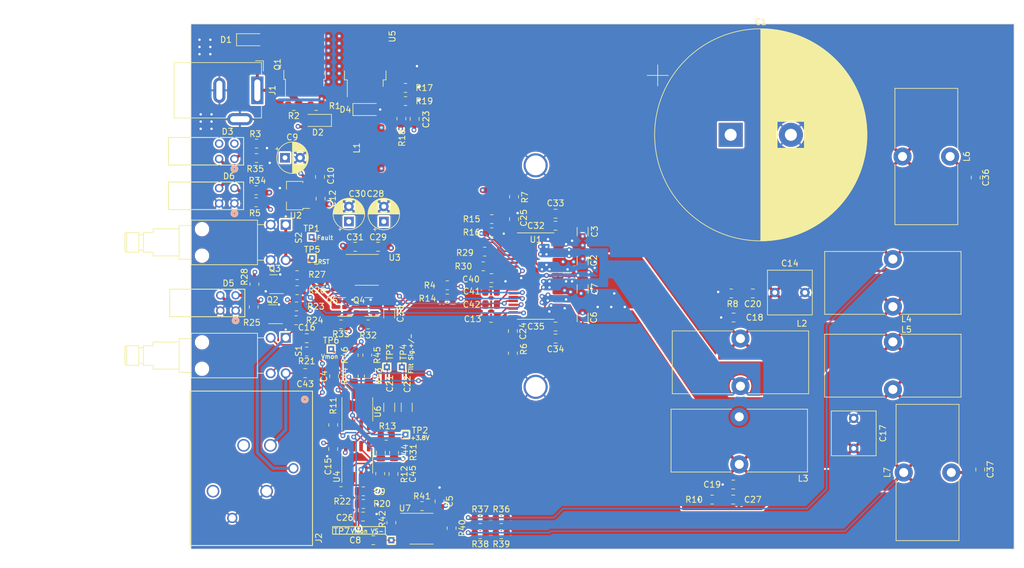
<source format=kicad_pcb>
(kicad_pcb (version 20240108) (generator "pcbnew") (generator_version "8.0")
  (layers (0 "F.Cu" signal) (1 "In1.Cu" signal) (2 "In2.Cu" signal) (31 "B.Cu" signal) (34 "B.Paste" user) (35 "F.Paste" user) (36 "B.SilkS" user "B.Silkscreen") (37 "F.SilkS" user "F.Silkscreen") (38 "B.Mask" user) (39 "F.Mask" user) (44 "Edge.Cuts" user))
  (net 0 "")
  (net 1 "GND")
  (net 2 "+48V")
  (net 3 "Net-(D2-Pad2)")
  (net 4 "Net-(D4-Pad1)")
  (net 5 "+12V")
  (net 6 "Input")
  (net 7 "Net-(C16-Pad2)")
  (net 8 "Net-(C27-Pad1)")
  (net 9 "Net-(C36-Pad1)")
  (net 10 "Net-(C37-Pad2)")
  (net 11 "Net-(C20-Pad2)")
  (net 12 "Net-(C21-Pad1)")
  (net 13 "FiltInA")
  (net 14 "Net-(C22-Pad1)")
  (net 15 "FiltInB")
  (net 16 "Net-(C26-Pad2)")
  (net 17 "Net-(R12-Pad2)")
  (net 18 "+15V")
  (net 19 "Net-(C23-Pad2)")
  (net 20 "Net-(C38-Pad2)")
  (net 21 "OUTA")
  (net 22 "Net-(R4-Pad2)")
  (net 23 "DVDD")
  (net 24 "Net-(R14-Pad2)")
  (net 25 "Net-(R17-Pad1)")
  (net 26 "OC_ADJ")
  (net 27 "Freq_Adj")
  (net 28 "OSC_IOM")
  (net 29 "OSC_IOP")
  (net 30 "C_START")
  (net 31 "RST_")
  (net 32 "Fault")
  (net 33 "CLIP_OTW")
  (net 34 "BST_D")
  (net 35 "BST_C")
  (net 36 "BST_B")
  (net 37 "BST_A")
  (net 38 "VBG")
  (net 39 "GVDD_CD")
  (net 40 "GVDD_AB")
  (net 41 "Net-(R15-Pad2)")
  (net 42 "Net-(R16-Pad2)")
  (net 43 "Net-(D5-Pad2)")
  (net 44 "Net-(Q2-Pad1)")
  (net 45 "+3V3")
  (net 48 "Net-(D6-Pad2)")
  (net 49 "Net-(Q3-Pad1)")
  (net 50 "OUTB")
  (net 51 "Net-(C43-Pad1)")
  (net 52 "Power_IN")
  (net 53 "Load1")
  (net 54 "Load2")
  (net 55 "AVDD")
  (net 56 "Net-(C43-Pad2)")
  (net 57 "Net-(C44-Pad1)")
  (net 58 "+3V8")
  (net 59 "Net-(C45-Pad1)")
  (net 60 "Net-(D5-Pad4)")
  (net 61 "Net-(D6-Pad4)")
  (net 62 "Net-(Q4-Pad3)")
  (net 63 "Net-(D3-Pad1)")
  (net 64 "Net-(D3-Pad3)")
  (net 65 "Net-(U7-Pad4)")
  (net 66 "Net-(R36-Pad1)")
  (net 67 "Net-(R38-Pad1)")
  (net 68 "Net-(R40-Pad1)")
  (net 69 "Net-(R40-Pad2)")
  (net 70 "Net-(R41-Pad1)")
  (net 71 "Net-(R42-Pad1)")
  (net 72 "Net-(R43-Pad1)")
  (net 73 "Net-(R44-Pad1)")
  (net 74 "Net-(R46-Pad1)")
  (net 75 "OUTA2")
  (net 76 "OUTB2")
  (footprint "Package_SO:SOIC-8_3.9x4.9mm_P1.27mm" (layer "F.Cu") (at 101.175 84.835)
    (property "Reference" "U3")
    (property "Value" "L78L33_SO8")
  )
  (footprint "Capacitor_SMD:C_1206_3216Metric" (layer "F.Cu") (at 137 78.475 90)
    (property "Reference" "C3")
    (property "Value" "1u")
  )
  (footprint "Resistor_SMD:R_0805_2012Metric" (layer "F.Cu") (at 161.6625 88.75)
    (property "Reference" "R8")
    (property "Value" "3R3")
  )
  (footprint "Capacitor_SMD:C_0805_2012Metric" (layer "F.Cu") (at 125.62 76.4 90)
    (property "Reference" "C25")
    (property "Value" "100n")
  )
  (footprint "Resistor_SMD:R_0805_2012Metric" (layer "F.Cu") (at 82.86 63.86)
    (property "Reference" "R3")
    (property "Value" "10k")
  )
  (footprint "Capacitor_SMD:C_0805_2012Metric" (layer "F.Cu") (at 162.05 92.75 180)
    (property "Reference" "C18")
    (property "Value" "1n")
  )
  (footprint "Capacitor_SMD:C_0805_2012Metric" (layer "F.Cu") (at 105.6 118.75 90)
    (property "Reference" "C45")
    (property "Value" "330p")
  )
  (footprint "Eli_Lib:SW_PB400EEQX" (layer "F.Cu") (at 87.72 77.32 -90)
    (property "Reference" "S2")
    (property "Value" "PB400OAQX")
  )
  (footprint "Capacitor_SMD:C_1206_3216Metric_Pad1.33x1.80mm_HandSolder" (layer "F.Cu") (at 107.8 107.6625 90)
    (property "Reference" "C22")
    (property "Value" "47u")
  )
  (footprint "Resistor_SMD:R_0805_2012Metric" (layer "F.Cu") (at 120.5 84.25)
    (property "Reference" "R30")
    (property "Value" "30k")
  )
  (footprint "Resistor_SMD:R_0805_2012Metric" (layer "F.Cu") (at 96.8875 93.9)
    (property "Reference" "R33")
    (property "Value" "47k")
  )
  (footprint "Capacitor_THT:C_Rect_L7.2mm_W7.2mm_P5.00mm_FKS2_FKP2_MKS2_MKP2" (layer "F.Cu") (at 168.9 88.6)
    (property "Reference" "C14")
    (property "Value" "1u")
  )
  (footprint "TestPoint:TestPoint_THTPad_1.0x1.0mm_Drill0.5mm" (layer "F.Cu") (at 92 79.4)
    (property "Reference" "TP1")
    (property "Value" "TestPoint")
  )
  (footprint "Capacitor_THT:CP_Radial_D5.0mm_P2.50mm" (layer "F.Cu") (at 87.594888 66.2)
    (property "Reference" "C9")
    (property "Value" "20u")
  )
  (footprint "TestPoint:TestPoint_THTPad_1.0x1.0mm_Drill0.5mm" (layer "F.Cu") (at 107 101)
    (property "Reference" "TP4")
    (property "Value" "TestPoint")
  )
  (footprint "Capacitor_SMD:C_0805_2012Metric" (layer "F.Cu") (at 165.25 88.75 180)
    (property "Reference" "C20")
    (property "Value" "10n")
  )
  (footprint "Resistor_SMD:R_0805_2012Metric" (layer "F.Cu") (at 107.6 56.8)
    (property "Reference" "R19")
    (property "Value" "2.7k")
  )
  (footprint "Resistor_SMD:R_0805_2012Metric" (layer "F.Cu") (at 100.6 123.725)
    (property "Reference" "R20")
    (property "Value" "4.7k")
  )
  (footprint "Resistor_SMD:R_0805_2012Metric" (layer "F.Cu") (at 89.5125 90.9125 180)
    (property "Reference" "R23")
    (property "Value" "47k")
  )
  (footprint "Resistor_SMD:R_0805_2012Metric" (layer "F.Cu") (at 110.3375 124.0875)
    (property "Reference" "R41")
    (property "Value" "DNP")
  )
  (footprint "Resistor_SMD:R_0805_2012Metric" (layer "F.Cu") (at 101.4 93.9)
    (property "Reference" "R32")
    (property "Value" "47k")
  )
  (footprint "Resistor_SMD:R_0805_2012Metric" (layer "F.Cu") (at 120.75 81.8)
    (property "Reference" "R29")
    (property "Value" "22k")
  )
  (footprint "Capacitor_SMD:C_1206_3216Metric" (layer "F.Cu") (at 137 83.275 -90)
    (property "Reference" "C2")
    (property "Value" "1u")
  )
  (footprint "Package_SO:SO-8_3.9x4.9mm_P1.27mm" (layer "F.Cu") (at 99.6 108 90)
    (property "Reference" "U6")
    (property "Value" "AD8512")
  )
  (footprint "Package_TO_SOT_SMD:SOT-23" (layer "F.Cu") (at 101.5 91 180)
    (property "Reference" "Q4")
    (property "Value" "DMN10H220L")
  )
  (footprint "Capacitor_SMD:C_0805_2012Metric" (layer "F.Cu") (at 132.5 75.5)
    (property "Reference" "C33")
    (property "Value" "33n")
  )
  (footprint "Capacitor_SMD:C_0805_2012Metric" (layer "F.Cu") (at 103.5 115.2 90)
    (property "Reference" "C44")
    (property "Value" "330p")
  )
  (footprint "Resistor_SMD:R_0805_2012Metric" (layer "F.Cu") (at 82.5125 87.2125 90)
    (property "Reference" "R28")
    (property "Value" "4.7k")
  )
  (footprint "Inductor_THT:L_Toroid_Vertical_L22.4mm_W10.2mm_P7.90mm_Vishay_TJ4" (layer "F.Cu") (at 190.3 118.5 90)
    (property "Reference" "L7")
    (property "Value" "10u")
  )
  (footprint "Resistor_SMD:R_0805_2012Metric" (layer "F.Cu") (at 114.5325 89.6)
    (property "Reference" "R14")
    (property "Value" "0")
  )
  (footprint "Capacitor_SMD:C_1206_3216Metric" (layer "F.Cu") (at 137 92.75 -90)
    (property "Reference" "C6")
    (property "Value" "1u")
  )
  (footprint "Capacitor_SMD:C_0805_2012Metric" (layer "F.Cu") (at 99.25 81)
    (property "Reference" "C31")
    (property "Value" "100n")
  )
  (footprint "Resistor_SMD:R_0805_2012Metric" (layer "F.Cu") (at 103.4 118.6875 90)
    (property "Reference" "R12")
    (property "Value" "10k")
  )
  (footprint "Capacitor_SMD:C_0805_2012Metric" (layer "F.Cu") (at 202.25 69.5 -90)
    (property "Reference" "C36")
    (property "Value" "12n")
  )
  (footprint "Capacitor_SMD:C_0805_2012Metric" (layer "F.Cu") (at 132.5 77.5)
    (property "Reference" "C32")
    (property "Value" "33n")
  )
  (footprint "Resistor_SMD:R_0805_2012Metric" (layer "F.Cu") (at 115.25 127.75 90)
    (property "Reference" "R40")
    (property "Value" "10k")
  )
  (footprint "Capacitor_SMD:C_0805_2012Metric" (layer "F.Cu") (at 125.42 95 -90)
    (property "Reference" "C24")
    (property "Value" "100n")
  )
  (footprint "Resistor_SMD:R_0805_2012Metric" (layer "F.Cu") (at 105.7 115.2 90)
    (property "Reference" "R31")
    (property "Value" "10k")
  )
  (footprint "Capacitor_SMD:C_0805_2012Metric" (layer "F.Cu") (at 93.5 73 90)
    (property "Reference" "C12")
    (property "Value" "100n")
  )
  (footprint "Resistor_SMD:R_0805_2012Metric" (layer "F.Cu") (at 123.5 128.75 180)
    (property "Reference" "R39")
    (property "Value" "1k")
  )
  (footprint "Resistor_SMD:R_0805_2012Metric" (layer "F.Cu") (at 95.6 110.6 -90)
    (property "Reference" "R11")
    (property "Value" "10k")
  )
  (footprint "Capacitor_SMD:C_0805_2012Metric" (layer "F.Cu") (at 109.1125 59.75 90)
    (property "Reference" "C23")
    (property "Value" "33n")
  )
  (footprint "Resistor_SMD:R_0805_2012Metric" (layer "F.Cu") (at 82.86 66.26)
    (property "Reference" "R35")
    (property "Value" "2.7k")
  )
  (footprint "Resistor_SMD:R_0805_2012Metric" (layer "F.Cu") (at 99 102.5 -90)
    (property "Reference" "R44")
    (property "Value" "10k")
  )
  (footprint "Resistor_SMD:R_0805_2012Metric" (layer "F.Cu") (at 91.2 98.4)
    (property "Reference" "R21")
    (property "Value" "10k")
  )
  (footprint "Capacitor_SMD:C_0805_2012Metric" (layer "F.Cu") (at 103.05 81 180)
    (property "Reference" "C29")
    (property "Value" "100n")
  )
  (footprint "Capacitor_SMD:C_0805_2012Metric" (layer "F.Cu") (at 121.82 90.6 180)
    (property "Reference" "C42")
    (property "Value" "47n")
  )
  (footprint "Capacitor_SMD:C_1206_3216Metric_Pad1.33x1.80mm_HandSolder" (layer "F.Cu") (at 104.9 92.1375 -90)
    (property "Reference" "C38")
    (property "Value" "47u")
  )
  (footprint "Resistor_SMD:R_0805_2012Metric" (layer "F.Cu") (at 100.6 121.625 180)
    (property "Reference" "R9")
    (property "Value" "10k")
  )
  (footprint "Resistor_SMD:R_0805_2012Metric" (layer "F.Cu") (at 89.425 93.2125 180)
    (property "Reference" "R24")
    (property "Value" "1k")
  )
  (footprint "Eli_Lib:AC3FAH2-F-XLR" (layer "F.Cu") (at 84.54 113.99 90)
    (property "Reference" "J2")
    (property "Value" "AC3FAH2-XLR")
  )
  (footprint "Resistor_SMD:R_0805_2012Metric" (layer "F.Cu") (at 82.8 73.6)
    (property "Reference" "R5")
    (property "Value" "2.7k")
  )
  (footprint "Inductor_THT:L_Toroid_Vertical_L22.4mm_W10.2mm_P7.90mm_Vishay_TJ4" (layer "F.Cu") (at 188.5 90.95 180)
    (property "Reference" "L4")
    (property "Value" "10u")
  )
  (footprint "Package_SO:SO-8_3.9x4.9mm_P1.27mm" (layer "F.Cu") (at 110.25 127.8375)
    (property "Reference" "U7")
    (property "Value" "AD8512")
  )
  (footprint "Resistor_SMD:R_0805_2012Metric" (layer "F.Cu") (at 125.42 98.6875 90)
    (property "Reference" "R6")
    (property "Value" "3.3")
  )
  (footprint "Capacitor_SMD:C_0805_2012Metric" (layer "F.Cu") (at 95.6 114.6 -90)
    (property "Reference" "C15")
    (property "Value" "100n")
  )
  (footprint "Capacitor_SMD:C_0805_2012Metric" (layer "F.Cu") (at 121.8 92.8 180)
    (property "Reference" "C13")
    (property "Value" "1u")
  )
  (footprint "Capacitor_SMD:C_1206_3216Metric" (layer "F.Cu") (at 137 88 90)
    (property "Reference" "C7")
    (property "Value" "1u")
  )
  (footprint "Resistor_SMD:R_0805_2012Metric" (layer "F.Cu") (at 105.25 126.8375 -90)
    (property "Reference" "R42")
    (property "Value" "10k")
  )
  (footprint "Inductor_THT:L_Toroid_Vertical_L22.4mm_W10.2mm_P7.90mm_Vishay_TJ4" (layer "F.Cu") (at 163 109.25)
    (property "Reference" "L3")
    (property "Value" "10u")
  )
  (footprint "Capacitor_SMD:C_1206_3216Metric_Pad1.33x1.80mm_HandSolder" (layer "F.Cu") (at 104.9 107.6625 90)
    (property "Reference" "C21")
    (property "Value" "47u")
  )
  (footprint "Resistor_SMD:R_0805_2012Metric" (layer "F.Cu") (at 123.5 126.25)
    (property "Reference" "R36")
    (property "Value" "1k")
  )
  (footprint "TestPoint:TestPoint_THTPad_1.0x1.0mm_Drill0.5mm" (layer "F.Cu") (at 105.25 129.75)
    (property "Reference" "TP7")
    (property "Value" "TestPoint")
  )
  (footprint "Resistor_SMD:R_0805_2012Metric" (layer "F.Cu") (at 125.62 72.6875 -90)
    (property "Reference" "R7")
    (property "Value" "3.3")
  )
  (footprint "Capacitor_THT:CP_Radial_D5.0mm_P2.50mm" (layer "F.Cu") (at 98.2 76.805113 90)
    (property "Reference" "C30")
    (property "Value" "20u")
  )
  (footprint "Capacitor_SMD:C_0805_2012Metric" (layer "F.Cu") (at 93.4 69.4 90)
    (property "Reference" "C10")
    (property "Value" "100n")
  )
  (footprint "Resistor_SMD:R_0805_2012Metric" (layer "F.Cu") (at 82.8 71.6 180)
    (property "Reference" "R34")
    (property "Value" "470")
  )
  (footprint "Capacitor_THT:CP_Radial_D5.0mm_P2.50mm" (layer "F.Cu") (at 104 76.805113 90)
    (property "Reference" "C28")
    (property "Value" "20u")
  )
  (footprint "Capacitor_SMD:C_0805_2012Metric" (layer "F.Cu") (at 132.5 96.25)
    (property "Reference" "C34")
    (property "Value" "33n")
  )
  (footprint "Package_TO_SOT_SMD:SOT-23" (layer "F.Cu") (at 97 91 180)
    (property "Reference" "Q5")
    (property "Value" "DMN10H220L")
  )
  (footprint "Resistor_SMD:R_0805_2012Metric" (layer "F.Cu") (at 82.4 91 90)
    (property "Reference" "R25")
    (property "Value" "4.7k")
  )
  (footprint "Diode_SMD:D_SOD-123" (layer "F.Cu") (at 81.8 46.6)
    (property "Reference" "D1")
    (property "Value" "D_TVS")
  )
  (footprint "Capacitor_SMD:C_0805_2012Metric" (layer "F.Cu") (at 121.8 88.4 180)
    (property "Reference" "C41")
    (property "Value" "1u")
  )
  (footprint "Capacitor_SMD:C_0805_2012Metric" (layer "F.Cu") (at 121.87 86.2 180)
    (property "Reference" "C40")
    (property "Value" "1u")
  )
  (footprint "TestPoint:TestPoint_THTPad_1.0x1.0mm_Drill0.5mm" (layer "F.Cu") (at 107.6 112.2)
    (property "Reference" "TP2")
    (property "Value" "TestPoint")
  )
  (footprint "Capacitor_SMD:C_0805_2012Metric" (layer "F.Cu") (at 203 118 -90)
    (property "Reference" "C37")
    (property "Value" "12n")
  )
  (footprint "Capacitor_SMD:C_0805_2012Metric" (layer "F.Cu") (at 132.5 94.25)
    (property "Reference" "C35")
    (property "Value" "33n")
  )
  (footprint "Resistor_SMD:R_0805_2012Metric" (layer "F.Cu") (at 120 126.25)
    (property "Reference" "R37")
    (property "Value" "10k")
  )
  (footprint "Connector_BarrelJack:BarrelJack_GCT_DCJ200-10-A_Horizontal" (layer "F.Cu") (at 83 55 -90)
    (property "Reference" "J1")
    (property "Value" "Barrel_Jack_Switch")
  )
  (footprint "Eli_Lib:SOP63P810X120-44N" (layer "F.Cu") (at 129.2 85.8725)
    (property "Reference" "U1")
    (property "Value" "TPA3255DDV")
  )
  (footprint "Resistor_SMD:R_0805_2012Metric" (layer "F.Cu") (at 120 128.75 180)
    (property "Reference" "R38")
    (property "Value" "10k")
  )
  (footprint "Resistor_SMD:R_0805_2012Metric" (layer "F.Cu") (at 96.8875 121.6 180)
    (property "Reference" "R22")
    (property "Value" "10k")
  )
  (footprint "TestPoint:TestPoint_THTPad_1.0x1.0mm_Drill0.5mm" (layer "F.Cu") (at 104.5 101)
    (property "Reference" "TP3")
    (property "Value" "TestPoint")
  )
  (footprint "Resistor_SMD:R_0805_2012Metric" (layer "F.Cu") (at 121.9075 76.4)
    (property "Reference" "R15")
    (property "Value" "0")
  )
  (footprint "Package_TO_SOT_SMD:SOT-23" (layer "F.Cu") (at 85.6875 87.2125 180)
    (property "Reference" "Q3")
    (property "Value" "DMN10H220L")
  )
  (footprint "TestPoint:TestPoint_THTPad_1.0x1.0mm_Drill0.5mm" (layer "F.Cu") (at 92.1 82.9)
    (property "Reference" "TP5")
    (property "Value" "TestPoint")
  )
  (footprint "Resistor_SMD:R_0805_2012Metric" (layer "F.Cu") (at 107.6 54.6)
    (property "Reference" "R17")
    (property "Value" "0")
  )
  (footprint "Package_SO:SO-8_3.9x4.9mm_P1.27mm" (layer "F.Cu") (at 99.5875 116.7 90)
    (property "Reference" "U4")
    (property "Value" "AD8512")
  )
  (footprint "Resistor_SMD:R_0805_2012Metric" (layer "F.Cu") (at 121.9075 78.6)
    (property "Reference" "R16")
    (property "Value" "0")
  )
  (footprint "Diode_SMD:D_SOD-123" (layer "F.Cu") (at 101.1125 58.2)
    (property "Reference" "D4")
    (property "Value" "D_Schottky")
  )
  (footprint "Inductor_THT:L_Toroid_Vertical_L22.4mm_W10.2mm_P7.90mm_Vishay_TJ4" (layer "F.Cu") (at 163.2 104.15 180)
    (property "Reference" "L2")
    (property "Value" "10u")
  )
  (footprint "Capacitor_SMD:C_0805_2012Metric" (layer "F.Cu") (at 91.2 96.2 180)
    (property "Reference" "C16")
    (property "Value" "10n")
  )
  (footprint "Eli_Lib:IC4_WP934EB_2GD_KNB" (layer "F.Cu") (at 79.2 66.4 -90)
    (property "Reference" "D3")
    (property "Value" "LED_Dual_KAKA")
  )
  (footprint "Capacitor_SMD:C_0805_2012Metric" (layer "F.Cu") (at 162 123)
    (property "Reference" "C27")
    (property "Value" "10n")
  )
  (footprint "Eli_Lib:MWPY8040" (layer "F.Cu") (at 100.5125 64.6 90)
    (property "Reference" "L1")
    (property "Value" "100u")
  )
  (footprint "Resistor_SMD:R_0805_2012Metric" (layer "F.Cu") (at 99 99 -90)
    (property "Reference" "R46")
    (property "Value" "10k")
  )
  (footprint "Capacitor_SMD:C_0805_2012Metric" (layer "F.Cu") (at 113.25 123.3 -90)
    (property "Reference" "C5")
    (property "Value" "100n")
  )
  (footprint "Resistor_SMD:R_0805_2012Metric" (layer "F.Cu") (at 89.05 57.6 180)
    (property "Reference" "R2")
    (property "Value" "10k")
  )
  (footprint "Capacitor_SMD:C_0805_2012Metric" (layer "F.Cu") (at 100.55 125.825 180)
    (property "Reference" "C26")
    (property "Value" "100n")
  )
  (footprint "Resistor_SMD:R_0805_2012Metric" (layer "F.Cu") (at 114.5325 87.4)
    (property "Reference" "R4")
    (property "Value" "0")
  )
  (footprint "Resistor_SMD:R_0805_2012Metric" (layer "F.Cu") (at 158.5 123 180)
    (property "Reference" "R10")
    (property "Value" "3R3")
  )
  (footprint "Inductor_THT:L_Toroid_Vertical_L22.4mm_W10.2mm_P7.90mm_Vishay_TJ4" (layer "F.Cu") (at 188.5 96.8)
    (property "Reference" "L5")
    (property "Value" "10u")
  )
  (footprint "Eli_Lib:IC4_WP934EB_2GD_KNB" (layer "F.Cu") (at 79.2 73.8 -90)
    (property "Reference" "D6")
    (property "Value" "LED_Dual_KAKA")
  )
  (footprint "Resistor_SMD:R_0805_2012Metric" (layer "F.Cu") (at 92.7625 57.6 180)
    (property "Reference" "R1")
    (property "Value" "10k")
  )
  (footprint "Package_TO_SOT_SMD:TO-252-5_TabPin6" (layer "F.Cu") (at 100.9125 50.8 90)
    (property "Reference" "U5")
    (property "Value" "XL7015")
  )
  (footprint "Package_TO_SOT_SMD:TO-252-3_TabPin4" (layer "F.Cu") (at 90.85 50.7 90)
    (property "Reference" "Q1")
    (property "Value" "DMP4015SK3")
  )
  (footprint "Resistor_SMD:R_0805_2012Metric" (layer "F.Cu") (at 106.9125 59.7125 90)
    (property "Reference" "R18")
    (property "Value" "30k")
  )
  (footprint "Capacitor_SMD:C_0805_2012Metric" (layer "F.Cu") (at 162 120.5)
    (property "Reference" "C19")
    (property "Value" "1n")
  )
  (footprint "Resistor_SMD:R_0805_2012Metric" (layer "F.Cu") (at 101.5 102.5 -90)
    (property "Reference" "R43")
    (property "Value" "10k")
  )
  (footprint "Resistor_SMD:R_0805_2012Metric" (layer "F.Cu") (at 89.6 88.2125 180)
    (property "Reference" "R26")
    (property "Value" "47k")
  )
  (footprint "Resistor_SMD:R_0805_2012Metric" (layer "F.Cu") (at 101.25 99 -90)
    (property "Reference" "R45")
    (property "Value" "10k")
  )
  (footprint "Capacitor_SMD:C_0805_2012Metric" (layer "F.Cu") (at 102.25 129.75)
    (property "Reference" "C8")
    (property "Value" "100n")
  )
  (footprint "Package_TO_SOT_SMD:SOT-89-3" (layer "F.Cu") (at 89.5 72.5 180)
    (property "Reference" "U2")
    (property "Value" "L78L12_SOT89")
  )
  (footprint "Capacitor_SMD:C_0805_2012Metric" (layer "F.Cu") (at 90.95 102)
    (property "Reference" "C43")
    (property "Value" "10n")
  )
  (footprint "Diode_SMD:D_SOD-123" (layer "F.Cu") (at 93.05 60 180)
    (property "Reference" "D2")
    (property "Value" "6.3V")
  )
  (footprint "Resistor_SMD:R_0805_2012Metric" (layer "F.Cu") (at 89.6 85.7125 180)
    (property "Reference" "R27")
    (property "Value" "1k")
  )
  (footprint "Inductor_THT:L_Toroid_Vertical_L22.4mm_W10.2mm_P7.90mm_Vishay_TJ4" (layer "F.Cu") (at 198 66 -90)
    (property "Reference" "L6")
    (property "Value" "10u")
  )
  (footprint "Eli_Lib:SW_PB400EEQX" (layer "F.Cu") (at 87.72 96.12 -90)
    (property "Reference" "S1")
    (property "Value" "PB400EEQX")
  )
  (footprint "Capacitor_SMD:C_0805_2012Metric" (layer "F.Cu") (at 95.75 102.5 90)
    (property "Reference" "C4")
    (property "Value" "100n")
  )
  (footprint "TestPoint:TestPoint_THTPad_1.0x1.0mm_Drill0.5mm" (layer "F.Cu") (at 95.25 98)
    (property "Reference" "TP6")
    (property "Value" "TestPoint")
  )
  (footprint "Resistor_SMD:R_0805_2012Metric" (layer "F.Cu") (at 104.4 112.4)
    (property "Reference" "R13")
    (property "Value" "10k")
  )
  (footprint "Package_TO_SOT_SMD:SOT-23" (layer "F.Cu") (at 85.5125 92.2125 180)
    (property "Reference" "Q2")
    (property "Value" "DMN10H220L")
  )
  (footprint "Eli_Lib:IC4_WP934EB_2GD_KNB" (layer "F.Cu") (at 79.4 91.6 -90)
    (property "Reference" "D5")
    (property "Value" "LED_Dual_KAKA")
  )
  (footprint "Capacitor_THT:C_Rect_L7.2mm_W7.2mm_P5.00mm_FKS2_FKP2_MKS2_MKP2" (layer "F.Cu") (at 182 109.5 -90)
    (property "Reference" "C17")
    (property "Value" "1u")
  )
  (footprint "Capacitor_THT:CP_Radial_D35.0mm_P10.00mm_SnapIn" (layer "F.Cu") (at 161.569501 62.4)
    (property "Reference" "C1")
    (property "Value" "4700u")
  )
  (gr_line (start 104.55 129.05) (end 104.25 128.75) (stroke (width 0.15)) (layer "F.SilkS"))
  (gr_rect (start 95.5 127.5) (end 104.25 128.75) (stroke (width 0.15)) (fill none) (layer "F.SilkS"))
  (gr_line (start 72 44) (end 72 131.2) (stroke (width 0.1)) (layer "Edge.Cuts"))
  (gr_line (start 72 131.2) (end 208.6 131.2) (stroke (width 0.1)) (layer "Edge.Cuts"))
  (gr_line (start 208.6 131.2) (end 208.6 44) (stroke (width 0.1)) (layer "Edge.Cuts"))
  (gr_line (start 208.6 44) (end 72 44) (stroke (width 0.1)) (layer "Edge.Cuts"))
  (gr_text "Fault" (at 94.25 79.5 0) (layer "F.SilkS") (effects (font (size 0.7 0.7))))
  (gr_text "Vmon" (at 95 99.25 0) (layer "F.SilkS") (effects (font (size 0.7 0.7))))
  (gr_text "Filt Sig.+/-" (at 108.5 98.75 90) (layer "F.SilkS") (effects (font (size 0.7 0.7))))
  (gr_text "+3.8V" (at 110 112.75 0) (layer "F.SilkS") (effects (font (size 0.7 0.7))))
  (gr_text "_RST" (at 93.75 83.5 0) (layer "F.SilkS") (effects (font (size 0.7 0.7))))
  (gr_text "Vmon VS-" (at 101.25 128.25 0) (layer "F.SilkS") (effects (font (size 0.7 0.7))))
  (segment (start 134.135 90.635) (end 134.25 90.75) (width 0.25) (layer "F.Cu") (net 1))
  (segment (start 104.9 90.575) (end 106.025 90.575) (width 0.25) (layer "F.Cu") (net 1))
  (segment (start 131 85.75) (end 131.75 85.75) (width 0.25) (layer "F.Cu") (net 1))
  (segment (start 134.25 90.987752) (end 134.022624 91.215128) (width 0.25) (layer "F.Cu") (net 1))
  (segment (start 84.5725 67.06) (end 83.7725 66.26) (width 0.5) (layer "F.Cu") (net 1))
  (segment (start 131.875 80.375) (end 131.25 79.75) (width 0.25) (layer "F.Cu") (net 1))
  (segment (start 132.92 81.11) (end 132.61 81.11) (width 0.25) (layer "F.Cu") (net 1))
  (segment (start 134.25 90.75) (end 134.25 90.987752) (width 0.25) (layer "F.Cu") (net 1))
  (segment (start 108.5125 56.8) (end 109.6 56.8) (width 0.5) (layer "F.Cu") (net 1))
  (segment (start 132.92 91.27) (end 131.9545 91.27) (width 0.25) (layer "F.Cu") (net 1))
  (segment (start 134.25 80.5645) (end 134.6855 80.5645) (width 0.25) (layer "F.Cu") (net 1))
  (segment (start 98.55 90.05) (end 98.8 89.8) (width 0.25) (layer "F.Cu") (net 1))
  (segment (start 126.15 75.45) (end 126.2 75.4) (width 1) (layer "F.Cu") (net 1))
  (segment (start 132.92 80.475) (end 131.975 80.475) (width 0.25) (layer "F.Cu") (net 1))
  (segment (start 132.92 90.635) (end 134.135 90.635) (width 0.25) (layer "F.Cu") (net 1))
  (segment (start 102.925 123.725) (end 103 123.8) (width 0.25) (layer "F.Cu") (net 1))
  (segment (start 102.4375 90.05) (end 102.05 90.05) (width 0.25) (layer "F.Cu") (net 1))
  (segment (start 159.75 88.75) (end 159.5 88.5) (width 2) (layer "F.Cu") (net 1))
  (segment (start 134.195 85.555) (end 132.92 85.555) (width 0.25) (layer "F.Cu") (net 1))
  (segment (start 94.85 115.55) (end 94.6 115.8) (width 0.25) (layer "F.Cu") (net 1))
  (segment (start 161.1 92.75) (end 160 92.75) (width 2) (layer "F.Cu") (net 1))
  (segment (start 132.92 81.11) (end 133.7045 81.11) (width 0.25) (layer "F.Cu") (net 1))
  (segment (start 108.5125 54.6) (end 109.6 54.6) (width 0.5) (layer "F.Cu") (net 1))
  (segment (start 131.75 85.75) (end 132 85.5) (width 0.25) (layer "F.Cu") (net 1))
  (segment (start 86.45 90.75) (end 86.6 90.6) (width 0.25) (layer "F.Cu") (net 1))
  (segment (start 86.625 85.775) (end 86.8 85.6) (width 0.5) (layer "F.Cu") (net 1))
  (segment (start 102.7625 58.2) (end 103.4 58.2) (width 0.5) (layer "F.Cu") (net 1))
  (segment (start 109.6 56.8) (end 109.8 56.6) (width 0.5) (layer "F.Cu") (net 1))
  (segment (start 84.6 64.6) (end 84.5125 64.6) (width 1) (layer "F.Cu") (net 1))
  (segment (start 136.055 85.555) (end 134.195 85.555) (width 0.25) (layer "F.Cu") (net 1))
  (segment (start 132.865 85.5) (end 132.92 85.555) (width 0.25) (layer "F.Cu") (net 1))
  (segment (start 131.889598 90.635) (end 132.92 90.635) (width 0.25) (layer "F.Cu") (net 1))
  (segment (start 125.48 86.19) (end 126.79 86.19) (width 0.25) (layer "F.Cu") (net 1))
  (segment (start 125.48 86.825) (end 124.2895 86.825) (width 0.25) (layer "F.Cu") (net 1))
  (segment (start 125.62 75.45) (end 126.15 75.45) (width 1) (layer "F.Cu") (net 1))
  (segment (start 86.625 86.2625) (end 86.625 85.775) (width 0.5) (layer "F.Cu") (net 1))
  (segment (start 157.5875 123) (end 156.25 123) (width 0.5) (layer "F.Cu") (net 1))
  (segment (start 97.9375 90.05) (end 98.55 90.05) (width 0.25) (layer "F.Cu") (net 1))
  (segment (start 101.5 125.825) (end 102.375 125.825) (width 0.25) (layer "F.Cu") (net 1))
  (segment (start 131.9545 90.9545) (end 131.762299 90.762299) (width 0.25) (layer "F.Cu") (net 1))
  (segment (start 102.375 125.825) (end 102.8 125.4) (width 0.25) (layer "F.Cu") (net 1))
  (segment (start 133.56 86.19) (end 134.195 85.555) (width 0.25) (layer "F.Cu") (net 1))
  (segment (start 132.92 91.27) (end 133.967752 91.27) (width 0.25) (layer "F.Cu") (net 1))
  (segment (start 134.6855 80.5645) (end 135.25 80) (width 0.25) (layer "F.Cu") (net 1))
  (segment (start 132.92 86.19) (end 132.19 86.19) (width 0.25) (layer "F.Cu") (net 1))
  (segment (start 133.7045 81.11) (end 134.25 80.5645) (width 0.25) (layer "F.Cu") (net 1))
  (segment (start 132.19 86.19) (end 131.75 85.75) (width 0.25) (layer "F.Cu") (net 1))
  (segment (start 85.06 67.06) (end 84.5725 67.06) (width 0.5) (layer "F.Cu") (net 1))
  (segment (start 131.975 80.475) (end 131.875 80.375) (width 0.25) (layer "F.Cu") (net 1))
  (segment (start 86.45 91.2625) (end 86.45 90.75) (width 0.25) (layer "F.Cu") (net 1))
  (segment (start 133.967752 91.27) (end 134.022624 91.215128) (width 0.25) (layer "F.Cu") (net 1))
  (segment (start 95.6 115.55) (end 94.85 115.55) (width 0.25) (layer "F.Cu") (net 1))
  (segment (start 131.762299 90.762299) (end 131.889598 90.635) (width 0.25) (layer "F.Cu") (net 1))
  (segment (start 131.9545 91.27) (end 131.4745 91.75) (width 0.25) (layer "F.Cu") (net 1))
  (segment (start 101.5125 123.725) (end 102.925 123.725) (width 0.25) (layer "F.Cu") (net 1))
  (segment (start 109.6 54.6) (end 109.8 54.4) (width 0.5) (layer "F.Cu") (net 1))
  (segment (start 132.61 81.11) (end 131.875 80.375) (width 0.25) (layer "F.Cu") (net 1))
  (segment (start 102.05 90.05) (end 101.8 89.8) (width 0.25) (layer "F.Cu") (net 1))
  (segment (start 160.75 88.75) (end 159.75 88.75) (width 2) (layer "F.Cu") (net 1))
  (segment (start 136.25 85.75) (end 136.055 85.555) (width 0.25) (layer "F.Cu") (net 1))
  (segment (start 101.4755 118.112299) (end 101.4925 118.129299) (width 0.25) (layer "F.Cu") (net 1))
  (segment (start 113.25 122.35) (end 113.25 121) (width 0.25) (layer "F.Cu") (net 1))
  (segment (start 84.5125 64.6) (end 83.7725 63.86) (width 1) (layer "F.Cu") (net 1))
  (segment (start 106.025 90.575) (end 106.2 90.4) (width 0.25) (layer "F.Cu") (net 1))
  (segment (start 131.9545 91.27) (end 131.9545 90.9545) (width 0.25) (layer "F.Cu") (net 1))
  (segment (start 132 85.5) (end 132.865 85.5) (width 0.25) (layer "F.Cu") (net 1))
  (segment (start 126.79 86.19) (end 126.8 86.2) (width 0.25) (layer "F.Cu") (net 1))
  (segment (start 91.0625 72.5) (end 87.5 72.5) (width 0.5) (layer "F.Cu") (net 1))
  (segment (start 124.2895 86.825) (end 124.2 86.7355) (width 0.25) (layer "F.Cu") (net 1))
  (segment (start 101.4925 118.129299) (end 101.4925 119.275) (width 0.25) (layer "F.Cu") (net 1))
  (segment (start 132.92 86.19) (end 133.56 86.19) (width 0.25) (layer "F.Cu") (net 1))
  (segment (start 161.05 120.5) (end 160.25 120.5) (width 0.5) (layer "F.Cu") (net 1))
  (via (at 138 85.25) (size 0.8) (drill 0.4) (layers "F.Cu" "B.Cu") (net 1))
  (via (at 85.06 67.06) (size 0.8) (drill 0.4) (layers "F.Cu" "B.Cu") (net 1))
  (via (at 73.4 46.6) (size 0.8) (drill 0.4) (layers "F.Cu" "B.Cu") (net 1))
  (via (at 136.25 85.75) (size 0.8) (drill 0.4) (layers "F.Cu" "B.Cu") (net 1))
  (via (at 134.022624 91.215128) (size 0.8) (drill 0.4) (layers "F.Cu" "B.Cu") (net 1))
  (via (at 131 85.75) (size 0.8) (drill 0.4) (layers "F.Cu" "B.Cu") (net 1))
  (via (at 131.4745 91.75) (size 0.8) (drill 0.4) (layers "F.Cu" "B.Cu") (net 1))
  (via (at 86.8 85.6) (size 0.8) (drill 0.4) (layers "F.Cu" "B.Cu") (net 1))
  (via (at 84.6 64.6) (size 0.8) (drill 0.4) (layers "F.Cu" "B.Cu") (net 1))
  (via (at 75.2 47.8) (size 0.8) (drill 0.4) (layers "F.Cu" "B.Cu") (net 1))
  (via (at 103.4 58.2) (size 0.8) (drill 0.4) (layers "F.Cu" "B.Cu") (net 1))
  (via (at 73.6 61.4) (size 0.8) (drill 0.4) (layers "F.Cu" "B.Cu") (net 1))
  (via (at 131.25 79.75) (size 0.8) (drill 0.4) (layers "F.Cu" "B.Cu") (net 1))
  (via (at 156.25 123) (size 0.8) (drill 0.4) (layers "F.Cu" "B.Cu") (net 1))
  (via (at 73.6 59) (size 0.8) (drill 0.4) (layers "F.Cu" "B.Cu") (net 1))
  (via (at 113.25 121) (size 0.8) (drill 0.4) (layers "F.Cu" "B.Cu") (net 1))
  (via (at 89.25 65.75) (size 0.8) (drill 0.4) (layers "F.Cu" "B.Cu") (net 1))
  (via (at 102.8 125.4) (size 0.8) (drill 0.4) (layers "F.Cu" "B.Cu") (net 1))
  (via (at 159.5 88.5) (size 0.8) (drill 0.4) (layers "F.Cu" "B.Cu") (net 1))
  (via (at 84.4 88.4) (size 0.8) (drill 0.4) (layers "F.Cu" "B.Cu") (net 1))
  (via (at 73.4 47.8) (size 0.8) (drill 0.4) (layers "F.Cu" "B.Cu") (net 1))
  (via (at 73.4 49) (size 0.8) (drill 0.4) (layers "F.Cu" "B.Cu") (net 1))
  (via (at 106.2 90.4) (size 0.8) (drill 0.4) (layers "F.Cu" "B.Cu") (net 1))
  (via (at 103 123.8) (size 0.8) (drill 0.4) (layers "F.Cu" "B.Cu") (net 1))
  (via (at 124.2 86.7355) (size 0.8) (drill 0.4) (layers "F.Cu" "B.Cu") (net 1))
  (via (at 86.6 90.6) (size 0.8) (drill 0.4) (layers "F.Cu" "B.Cu") (net 1))
  (via (at 109.5 50.9875) (size 0.8) (drill 0.4) (layers "F.Cu" "B.Cu") (net 1))
  (via (at 109.8 54.4) (size 0.8) (drill 0.4) (layers "F.Cu" "B.Cu") (net 1))
  (via (at 94.6 115.8) (size 0.8) (drill 0.4) (layers "F.Cu" "B.Cu") (net 1))
  (via (at 98.8 89.8) (size 0.8) (drill 0.4) (layers "F.Cu" "B.Cu") (net 1))
  (via (at 126.2 75.4) (size 0.8) (drill 0.4) (layers "F.Cu" "B.Cu") (net 1))
  (via (at 75.2 49) (size 0.8) (drill 0.4) (layers "F.Cu" "B.Cu") (net 1))
  (via (at 86.75 71.25) (size 0.8) (drill 0.4) (layers "F.Cu" "B.Cu") (net 1))
  (via (at 75.4 61.4) (size 0.8) (drill 0.4) (layers "F.Cu" "B.Cu") (net 1))
  (via (at 126.8 86.2) (size 0.8) (drill 0.4) (layers "F.Cu" "B.Cu") (net 1))
  (via (at 101.8 89.8) (size 0.8) (drill 0.4) (layers "F.Cu" "B.Cu") (net 1))
  (via (at 134.25 80.5645) (size 0.8) (drill 0.4) (layers "F.Cu" "B.Cu") (net 1))
  (via (at 135.25 80) (size 0.8) (drill 0.4) (layers "F.Cu" "B.Cu") (net 1))
  (via (at 75.2 46.6) (size 0.8) (drill 0.4) (layers "F.Cu" "B.Cu") (net 1))
  (via (at 160.25 120.5) (size 0.8) (drill 0.4) (layers "F.Cu" "B.Cu") (net 1))
  (via (at 131.762299 90.762299) (size 0.8) (drill 0.4) (layers "F.Cu" "B.Cu") (net 1))
  (via (at 160 92.75) (size 0.8) (drill 0.4) (layers "F.Cu" "B.Cu") (net 1))
  (via (at 75.4 60.2) (size 0.8) (drill 0.4) (layers "F.Cu" "B.Cu") (net 1))
  (via (at 75.4 59) (size 0.8) (drill 0.4) (layers "F.Cu" "B.Cu") (net 1))
  (via (at 101.4755 118.112299) (size 0.8) (drill 0.4) (layers "F.Cu" "B.Cu") (net 1))
  (via (at 73.6 60.2) (size 0.8) (drill 0.4) (layers "F.Cu" "B.Cu") (net 1))
  (via (at 109.8 56.6) (size 0.8) (drill 0.4) (layers "F.Cu" "B.Cu") (net 1))
  (segment (start 137 79.95) (end 137 79.25) (width 0.25) (layer "F.Cu") (net 2))
  (segment (start 132.92 83.65) (end 133.6 83.65) (width 0.25) (layer "F.Cu") (net 2))
  (segment (start 93.675 57.6) (end 93.675 56.425) (width 1) (layer "F.Cu") (net 2))
  (segment (start 132.92 88.095) (end 133.845 88.095) (width 0.25) (layer "F.Cu") (net 2))
  (segment (start 132.92 87.46) (end 133.934695 87.46) (width 0.25) (layer "F.Cu") (net 2))
  (segment (start 94.7 60) (end 93.650489 61.049511) (width 0.5) (layer "F.Cu") (net 2))
  (segment (start 89.799511 61.049511) (end 89.75 61) (width 0.5) (layer "F.Cu") (net 2))
  (segment (start 135 88.25) (end 135 88.5) (width 0.25) (layer "F.Cu") (net 2))
  (segment (start 95.1 55) (end 93.675 56.425) (width 0.5) (layer "F.Cu") (net 2))
  (segment (start 133.934695 87.46) (end 133.949695 87.475) (width 0.25) (layer "F.Cu") (net 2))
  (segment (start 137 81.8) (end 137 83) (width 0.25) (layer "F.Cu") (net 2))
  (segment (start 93.650489 61.049511) (end 89.799511 61.049511) (width 0.5) (layer "F.Cu") (net 2))
  (segment (start 93.675 55.445) (end 93.13 54.9) (width 1) (layer "F.Cu") (net 2))
  (segment (start 133.6 83.65) (end 133.75 83.5) (width 0.25) (layer "F.Cu") (net 2))
  (segment (start 135.5 90.5) (end 136.275 91.275) (width 0.25) (layer "F.Cu") (net 2))
  (segment (start 133.845 88.095) (end 134 88.25) (width 0.25) (layer "F.Cu") (net 2))
  (segment (start 94.7 60) (end 94.7 58.625) (width 0.5) (layer "F.Cu") (net 2))
  (segment (start 132.92 88.73) (end 134.48 88.73) (width 0.25) (layer "F.Cu") (net 2))
  (segment (start 135.125 88.125) (end 135 88.25) (width 0.25) (layer "F.Cu") (net 2))
  (segment (start 136.475 89.475) (end 135.125 88.125) (width 0.25) (layer "F.Cu") (net 2))
  (segment (start 136.275 91.275) (end 137 91.275) (width 0.25) (layer "F.Cu") (net 2))
  (segment (start 136 83) (end 135.5 83.5) (width 0.25) (layer "F.Cu") (net 2))
  (segment (start 98.6325 55) (end 95.1 55) (width 0.5) (layer "F.Cu") (net 2))
  (segment (start 93.675 56.425) (end 93.675 55.445) (width 1) (layer "F.Cu") (net 2))
  (segment (start 134.48 88.73) (end 135.5 89.75) (width 0.25) (layer "F.Cu") (net 2))
  (segment (start 135.5 89.75) (end 135.5 90.5) (width 0.25) (layer "F.Cu") (net 2))
  (segment (start 137 81.8) (end 137 80.75) (width 0.25) (layer "F.Cu") (net 2))
  (segment (start 137 83) (end 136 83) (width 0.25) (layer "F.Cu") (net 2))
  (segment (start 94.7 58.625) (end 93.675 57.6) (width 0.5) (layer "F.Cu") (net 2))
  (segment (start 134.475 87.475) (end 135.125 88.125) (width 0.25) (layer "F.Cu") (net 2))
  (segment (start 133.949695 87.475) (end 134.475 87.475) (width 0.25) (layer "F.Cu") (net 2))
  (via (at 96.6 53.6) (size 0.8) (drill 0.4) (layers "F.Cu" "B.Cu") (net 2))
  (via (at 94.8 51) (size 0.8) (drill 0.4) (layers "F.Cu" "B.Cu") (net 2))
  (via (at 96.6 47.2) (size 0.8) (drill 0.4) (layers "F.Cu" "B.Cu") (net 2))
  (via (at 89.75 61) (size 0.8) (drill 0.4) (layers "F.Cu" "B.Cu") (net 2))
  (via (at 94.8 53.6) (size 0.8) (drill 0.4) (layers "F.Cu" "B.Cu") (net 2))
  (via (at 93.675 56.425) (size 0.8) (drill 0.4) (layers "F.Cu" "B.Cu") (net 2))
  (via (at 133.75 83.5) (size 0.8) (drill 0.4) (layers "F.Cu" "B.Cu") (net 2))
  (via (at 137 79.25) (size 0.8) (drill 0.4) (layers "F.Cu" "B.Cu") (net 2))
  (via (at 96.6 52.2) (size 0.8) (drill 0.4) (layers "F.Cu" "B.Cu") (net 2))
  (via (at 94.8 47.2) (size 0.8) (drill 0.4) (layers "F.Cu" "B.Cu") (net 2))
  (via (at 137 92) (size 0.8) (drill 0.4) (layers "F.Cu" "B.Cu") (net 2))
  (via (at 137 83) (size 0.8) (drill 0.4) (layers "F.Cu" "B.Cu") (net 2))
  (via (at 137 80.75) (size 0.8) (drill 0.4) (layers "F.Cu" "B.Cu") (net 2))
  (via (at 134 88.25) (size 0.8) (drill 0.4) (layers "F.Cu" "B.Cu") (net 2))
  (via (at 136.75 88.75) (size 0.8) (drill 0.4) (layers "F.Cu" "B.Cu") (net 2))
  (via (at 96.6 48.4) (size 0.8) (drill 0.4) (layers "F.Cu" "B.Cu") (net 2))
  (via (at 94.8 46) (size 0.8) (drill 0.4) (layers "F.Cu" "B.Cu") (net 2))
  (via (at 96.6 51) (size 0.8) (drill 0.4) (layers "F.Cu" "B.Cu") (net 2))
  (via (at 135.5 83.5) (size 0.8) (drill 0.4) (layers "F.Cu" "B.Cu") (net 2))
  (via (at 135 88.5) (size 0.8) (drill 0.4) (layers "F.Cu" "B.Cu") (net 2))
  (via (at 94.8 49.6) (size 0.8) (drill 0.4) (layers "F.Cu" "B.Cu") (net 2))
  (via (at 96.6 49.6) (size 0.8) (drill 0.4) (layers "F.Cu" "B.Cu") (net 2))
  (via (at 94.8 52.2) (size 0.8) (drill 0.4) (layers "F.Cu" "B.Cu") (net 2))
  (via (at 94.8 48.4) (size 0.8) (drill 0.4) (layers "F.Cu" "B.Cu") (net 2))
  (via (at 96.6 46) (size 0.8) (drill 0.4) (layers "F.Cu" "B.Cu") (net 2))
  (segment (start 93.5 56.6) (end 93.675 56.425) (width 0.5) (layer "B.Cu") (net 2))
  (segment (start 86.6 56.6) (end 93.5 56.6) (width 0.5) (layer "B.Cu") (net 2))
  (segment (start 89.9625 57.1125) (end 89.9625 57.6) (width 1) (layer "F.Cu") (net 3))
  (segment (start 91.85 57.6) (end 91.85 59.55) (width 1) (layer "F.Cu") (net 3))
  (segment (start 91.85 59.55) (end 91.4 60) (width 1) (layer "F.Cu") (net 3))
  (segment (start 91.85 57.6) (end 89.9625 57.6) (width 1) (layer "F.Cu") (net 3))
  (segment (start 88.57 55.72) (end 89.9625 57.1125) (width 1) (layer "F.Cu") (net 3))
  (segment (start 88.57 54.9) (end 88.57 55.72) (width 1) (layer "F.Cu") (net 3))
  (segment (start 99.4625 63.85) (end 98.7125 64.6) (width 0.5) (layer "F.Cu") (net 4))
  (segment (start 99.4625 58.2) (end 99.4625 63.85) (width 0.5) (layer "F.Cu") (net 4))
  (segment (start 99.4625 58.2) (end 99.7725 57.89) (width 0.5) (layer "F.Cu") (net 4))
  (segment (start 99.7725 57.89) (end 99.7725 55) (width 0.5) (layer "F.Cu") (net 4))
  (segment (start 100.4875 94.3125) (end 100.2 94.6) (width 1) (layer "F.Cu") (net 5))
  (segment (start 126.775 71.775) (end 125.62 71.775) (width 1) (layer "F.Cu") (net 5))
  (segment (start 126.56 79.84) (end 127.4 79) (width 0.25) (layer "F.Cu") (net 5))
  (segment (start 103.65 82.93) (end 103.65 81.35) (width 1) (layer "F.Cu") (net 5))
  (segment (start 113.25 124.25) (end 114 124.25) (width 0.25) (layer "F.Cu") (net 5))
  (segment (start 95.6 113.65) (end 94.05 113.65) (width 0.25) (layer "F.Cu") (net 5))
  (segment (start 114 124.25) (end 114.25 124) (width 0.25) (layer "F.Cu") (net 5))
  (segment (start 97.025 105.425) (end 96.4 104.8) (width 0.25) (layer "F.Cu") (net 5))
  (segment (start 82.5125 85.2875) (end 82.6 85.2) (width 0.5) (layer "F.Cu") (net 5))
  (segment (start 125.42 99.6) (end 127.925 97.095) (width 0.25) (layer "F.Cu") (net 5))
  (segment (start 97.695 105.425) (end 97.025 105.425) (width 0.25) (layer "F.Cu") (net 5))
  (segment (start 126.6 71.6) (end 120.4 71.6) (width 1) (layer "F.Cu") (net 5))
  (segment (start 112.825 125.9325) (end 112.825 124.675) (width 0.25) (layer "F.Cu") (net 5))
  (segment (start 83.3125 90.0875) (end 83.6 89.8) (width 0.5) (layer "F.Cu") (net 5))
  (segment (start 93.45 74) (end 93.5 73.95) (width 1) (layer "F.Cu") (net 5))
  (segment (start 125.62 71.775) (end 125.625 71.775) (width 0.25) (layer "F.Cu") (net 5))
  (segment (start 97.695 105.395) (end 95.75 103.45) (width 0.25) (layer "F.Cu") (net 5))
  (segment (start 82.4 90.0875) (end 83.3125 90.0875) (width 0.5) (layer "F.Cu") (net 5))
  (segment (start 104 81) (end 105 81) (width 1) (layer "F.Cu") (net 5))
  (segment (start 100.4875 93.9) (end 100.4875 94.3125) (width 1) (layer "F.Cu") (net 5))
  (segment (start 91.5 74) (end 92 74) (width 1) (layer "F.Cu") (net 5))
  (segment (start 125.625 71.775) (end 126 71.4) (width 0.25) (layer "F.Cu") (net 5))
  (segment (start 125.48 79.84) (end 126.56 79.84) (width 0.25) (layer "F.Cu") (net 5))
  (segment (start 112.825 124.675) (end 113.25 124.25) (width 0.25) (layer "F.Cu") (net 5))
  (segment (start 94.05 113.65) (end 94 113.6) (width 0.25) (layer "F.Cu") (net 5))
  (segment (start 126.775 71.775) (end 126.6 71.6) (width 1) (layer "F.Cu") (net 5))
  (segment (start 102.975 121.625) (end 103 121.6) (width 0.25) (layer "F.Cu") (net 5))
  (segment (start 82.5125 86.3) (end 82.5125 85.2875) (width 0.5) (layer "F.Cu") (net 5))
  (segment (start 97.8 94.6) (end 98.2 95) (width 1) (layer "F.Cu") (net 5))
  (segment (start 97.6825 115.1175) (end 97.6 115.2) (width 0.25) (layer "F.Cu") (net 5))
  (segment (start 101.5125 121.625) (end 102.975 121.625) (width 0.25) (layer "F.Cu") (net 5))
  (segment (start 105 81) (end 105.2 81.2) (width 1) (layer "F.Cu") (net 5))
  (segment (start 93.5 73.95) (end 94.95 73.95) (width 1) (layer "F.Cu") (net 5))
  (segment (start 97.8 93.9) (end 97.8 94.6) (width 1) (layer "F.Cu") (net 5))
  (segment (start 83.7125 73.6) (end 84 73.6) (width 0.5) (layer "F.Cu") (net 5))
  (segment (start 103.65 81.35) (end 104 81) (width 1) (layer "F.Cu") (net 5))
  (segment (start 92 74) (end 93.45 74) (width 1) (layer "F.Cu") (net 5))
  (segment (start 127.4 72.4) (end 126.775 71.775) (width 1) (layer "F.Cu") (net 5))
  (segment (start 127.925 79.525) (end 127.4 79) (width 0.25) (layer "F.Cu") (net 5))
  (segment (start 95.6 113.65) (end 97.2075 113.65) (width 0.25) (layer "F.Cu") (net 5))
  (segment (start 97.6825 114.125) (end 97.6825 115.1175) (width 0.25) (layer "F.Cu") (net 5))
  (segment (start 127.925 97.095) (end 127.925 79.525) (width 0.25) (layer "F.Cu") (net 5))
  (segment (start 127.4 79) (end 127.4 72.4) (width 1) (layer "F.Cu") (net 5))
  (segment (start 97.2075 113.65) (end 97.6825 114.125) (width 0.25) (layer "F.Cu") (net 5))
  (segment (start 97.695 105.425) (end 97.695 105.395) (width 0.25) (layer "F.Cu") (net 5))
  (segment (start 84 73.6) (end 85.2 74.8) (width 0.5) (layer "F.Cu") (net 5))
  (segment (start 91.15 74) (end 92 74) (width 1) (layer "F.Cu") (net 5))
  (via (at 97.6 115.2) (size 0.8) (drill 0.4) (layers "F.Cu" "B.Cu") (net 5))
  (via (at 114.25 124) (size 0.8) (drill 0.4) (layers "F.Cu" "B.Cu") (net 5))
  (via (at 96.4 104.8) (size 0.8) (drill 0.4) (layers "F.Cu" "B.Cu") (net 5))
  (via (at 82.6 85.2) (size 0.8) (drill 0.4) (layers "F.Cu" "B.Cu") (net 5))
  (via (at 105.2 81.2) (size 0.8) (drill 0.4) (layers "F.Cu" "B.Cu") (net 5))
  (via (at 85.2 74.8) (size 0.8) (drill 0.4) (layers "F.Cu" "B.Cu") (net 5))
  (via (at 98.2 95) (size 0.8) (drill 0.4) (layers "F.Cu" "B.Cu") (net 5))
  (via (at 103 121.6) (size 0.8) (drill 0.4) (layers "F.Cu" "B.Cu") (net 5))
  (via (at 120.4 71.6) (size 0.8) (drill 0.4) (layers "F.Cu" "B.Cu") (net 5))
  (via (at 100.2 94.6) (size 0.8) (drill 0.4) (layers "F.Cu" "B.Cu") (net 5))
  (via (at 94.95 73.95) (size 0.8) (drill 0.4) (layers "F.Cu" "B.Cu") (net 5))
  (via (at 94 113.6) (size 0.8) (drill 0.4) (layers "F.Cu" "B.Cu") (net 5))
  (via (at 83.6 89.8) (size 0.8) (drill 0.4) (layers "F.Cu" "B.Cu") (net 5))
  (segment (start 92.15 96.2) (end 91.787493 96.2) (width 0.25) (layer "F.Cu") (net 6))
  (segment (start 90.737973 95.15048) (end 88.68952 95.15048) (width 0.25) (layer "F.Cu") (net 6))
  (segment (start 88.68952 95.15048) (end 87.72 96.12) (width 0.25) (layer "F.Cu") (net 6))
  (segment (start 91.787493 96.2) (end 90.737973 95.15048) (width 0.25) (layer "F.Cu") (net 6))
  (segment (start 88.99 117.8) (end 85.6 117.8) (width 0.5) (layer "B.Cu") (net 6))
  (segment (start 85.6 117.8) (end 83 115.2) (width 0.5) (layer "B.Cu") (net 6))
  (segment (start 83 115.2) (end 83 100.84) (width 0.5) (layer "B.Cu") (net 6))
  (segment (start 83 100.84) (end 87.72 96.12) (width 0.5) (layer "B.Cu") (net 6))
  (segment (start 86.369511 97.269511) (end 85.22 96.12) (width 0.25) (layer "F.Cu") (net 7))
  (segment (start 90.2875 98.4) (end 90.2875 96.2375) (width 0.25) (layer "F.Cu") (net 7))
  (segment (start 90.2875 96.2375) (end 90.25 96.2) (width 0.25) (layer "F.Cu") (net 7))
  (segment (start 90.25 96.2) (end 89.180489 97.269511) (width 0.25) (layer "F.Cu") (net 7))
  (segment (start 89.180489 97.269511) (end 86.369511 97.269511) (width 0.25) (layer "F.Cu") (net 7))
  (segment (start 159.4125 123) (end 161.05 123) (width 0.5) (layer "F.Cu") (net 8))
  (segment (start 198 66) (end 200.55 68.55) (width 0.5) (layer "F.Cu") (net 9))
  (segment (start 200.55 68.55) (end 202.25 68.55) (width 0.5) (layer "F.Cu") (net 9))
  (segment (start 198.2 118.5) (end 202.55 118.5) (width 0.5) (layer "F.Cu") (net 10))
  (segment (start 202.55 118.5) (end 203 118.95) (width 0.5) (layer "F.Cu") (net 10))
  (segment (start 162.575 88.75) (end 164.3 88.75) (width 0.5) (layer "F.Cu") (net 11))
  (segment (start 104.9 109.225) (end 105.88702 108.23798) (width 0.25) (layer "F.Cu") (net 12))
  (segment (start 97.6825 119.8925) (end 95.975 121.6) (width 0.25) (layer "F.Cu") (net 12))
  (segment (start 103.363572 119.6) (end 102.2 118.436428) (width 0.25) (layer "F.Cu") (net 12))
  (segment (start 97.6825 118.7175) (end 97.6825 119.275) (width 0.25) (layer "F.Cu") (net 12))
  (segment (start 110.8 113.624614) (end 106.624614 117.8) (width 0.25) (layer "F.Cu") (net 12))
  (segment (start 103.4 119.6) (end 105.2 117.8) (width 0.25) (layer "F.Cu") (net 12))
  (segment (start 102.2 118.436428) (end 102.2 117.8) (width 0.25) (layer "F.Cu") (net 12))
  (segment (start 97.6825 119.275) (end 97.6825 119.8925) (width 0.25) (layer "F.Cu") (net 12))
  (segment (start 110.8 110.350007) (end 110.8 113.624614) (width 0.25) (layer "F.Cu") (net 12))
  (segment (start 99.4 117) (end 97.6825 118.7175) (width 0.25) (layer "F.Cu") (net 12))
  (segment (start 105.2 117.8) (end 105.6 117.8) (width 0.25) (layer "F.Cu") (net 12))
  (segment (start 103.4 119.6) (end 103.363572 119.6) (width 0.25) (layer "F.Cu") (net 12))
  (segment (start 108.687973 108.23798) (end 110.8 110.350007) (width 0.25) (layer "F.Cu") (net 12))
  (segment (start 101.4 117) (end 99.4 117) (width 0.25) (layer "F.Cu") (net 12))
  (segment (start 105.88702 108.23798) (end 108.687973 108.23798) (width 0.25) (layer "F.Cu") (net 12))
  (segment (start 102.2 117.8) (end 101.4 117) (width 0.25) (layer "F.Cu") (net 12))
  (segment (start 106.624614 117.8) (end 105.6 117.8) (width 0.25) (layer "F.Cu") (net 12))
  (segment (start 106.55048 91.19952) (end 106.55048 98.24952) (width 0.25) (layer "F.Cu") (net 13))
  (segment (start 123.39904 81.163322) (end 123.39904 80.925829) (width 0.25) (layer "F.Cu") (net 13))
  (segment (start 104.5 100.3) (end 104.5 101) (width 0.25) (layer "F.Cu") (net 13))
  (segment (start 104.9 106.1) (end 104.6 105.8) (width 0.25) (layer "F.Cu") (net 13))
  (segment (start 106.55048 98.24952) (end 104.5 100.3) (width 0.25) (layer "F.Cu") (net 13))
  (segment (start 122.273211 79.8) (end 117.95 79.8) (width 0.25) (layer "F.Cu") (net 13))
  (segment (start 123.39904 80.925829) (end 122.273211 79.8) (width 0.25) (layer "F.Cu") (net 13))
  (segment (start 104.6 101.1) (end 104.5 101) (width 0.25) (layer "F.Cu") (net 13))
  (segment (start 123.980718 81.745) (end 123.39904 81.163322) (width 0.25) (layer "F.Cu") (net 13))
  (segment (start 125.48 81.745) (end 123.980718 81.745) (width 0.25) (layer "F.Cu") (net 13))
  (segment (start 104.6 105.8) (end 104.6 101.1) (width 0.25) (layer "F.Cu") (net 13))
  (segment (start 117.95 79.8) (end 106.55048 91.19952) (width 0.25) (layer "F.Cu") (net 13))
  (segment (start 104.28798 111.37548) (end 105.3125 112.4) (width 0.25) (layer "F.Cu") (net 14))
  (segment (start 102.362507 112) (end 102.987027 111.37548) (width 0.25) (layer "F.Cu") (net 14))
  (segment (start 100.801428 112) (end 102.362507 112) (width 0.25) (layer "F.Cu") (net 14))
  (segment (start 105.3125 111.7125) (end 107.8 109.225) (width 0.25) (layer "F.Cu") (net 14))
  (segment (start 98.9525 113.848928) (end 100.801428 112) (width 0.25) (layer "F.Cu") (net 14))
  (segment (start 98.9525 114.125) (end 98.9525 113.848928) (width 0.25) (layer "F.Cu") (net 14))
  (segment (start 105.3125 112.4) (end 105.3125 111.7125) (width 0.25) (layer "F.Cu") (net 14))
  (segment (start 102.987027 111.37548) (end 104.28798 111.37548) (width 0.25) (layer "F.Cu") (net 14))
  (segment (start 107 91.75) (end 118.5 80.25) (width 0.25) (layer "F.Cu") (net 15))
  (segment (start 107.4 105.7) (end 107.4 101.4) (width 0.25) (layer "F.Cu") (net 15))
  (segment (start 123.98 82.38) (end 125.48 82.38) (width 0.25) (layer "F.Cu") (net 15))
  (segment (start 107.4 101.4) (end 107 101) (width 0.25) (layer "F.Cu") (net 15))
  (segment (start 122.94952 81.112027) (end 122.94952 81.34952) (width 0.25) (layer "F.Cu") (net 15))
  (segment (start 107 101) (end 107 91.75) (width 0.25) (layer "F.Cu") (net 15))
  (segment (start 122.087493 80.25) (end 122.94952 81.112027) (width 0.25) (layer "F.Cu") (net 15))
  (segment (start 118.5 80.25) (end 122.087493 80.25) (width 0.25) (layer "F.Cu") (net 15))
  (segment (start 122.94952 81.34952) (end 123.98 82.38) (width 0.25) (layer "F.Cu") (net 15))
  (segment (start 107.8 106.1) (end 107.4 105.7) (width 0.25) (layer "F.Cu") (net 15))
  (segment (start 99.6 123.8125) (end 99.6875 123.725) (width 0.25) (layer "F.Cu") (net 16))
  (segment (start 99.6 125.825) (end 99.6 123.8125) (width 0.25) (layer "F.Cu") (net 16))
  (segment (start 99.8 126.025) (end 99.6 125.825) (width 0.25) (layer "F.Cu") (net 16))
  (segment (start 99.6875 121.625) (end 99.6875 123.725) (width 0.25) (layer "F.Cu") (net 16))
  (segment (start 100.235 111.365) (end 100.235 110.575) (width 0.25) (layer "F.Cu") (net 16))
  (segment (start 99.8 127.8) (end 99.8 126.025) (width 0.25) (layer "F.Cu") (net 16))
  (segment (start 99 112.6) (end 100.235 111.365) (width 0.25) (layer "F.Cu") (net 16))
  (via (at 99.8 127.8) (size 0.8) (drill 0.4) (layers "F.Cu" "B.Cu") (net 16))
  (via (at 99 112.6) (size 0.8) (drill 0.4) (layers "F.Cu" "B.Cu") (net 16))
  (segment (start 99.4 113) (end 99.4 127.4) (width 0.25) (layer "B.Cu") (net 16))
  (segment (start 99 112.6) (end 99.4 113) (width 0.25) (layer "B.Cu") (net 16))
  (segment (start 99.4 127.4) (end 99.8 127.8) (width 0.25) (layer "B.Cu") (net 16))
  (segment (start 101.271428 112.8) (end 103.0875 112.8) (width 0.25) (layer "F.Cu") (net 17))
  (segment (start 100.2225 113.848928) (end 101.271428 112.8) (width 0.25) (layer "F.Cu") (net 17))
  (segment (start 100.2225 114.5975) (end 100.2225 114.125) (width 0.25) (layer "F.Cu") (net 17))
  (segment (start 100.2225 114.125) (end 100.2225 113.848928) (width 0.25) (layer "F.Cu") (net 17))
  (segment (start 103.4 117.775) (end 100.2225 114.5975) (width 0.25) (layer "F.Cu") (net 17))
  (segment (start 103.0875 112.8) (end 103.4875 112.4) (width 0.25) (layer "F.Cu") (net 17))
  (segment (start 109.1125 60.7) (end 109.1125 61.4875) (width 0.5) (layer "F.Cu") (net 18))
  (segment (start 91.8 70.35) (end 91.15 71) (width 0.5) (layer "F.Cu") (net 18))
  (segment (start 109.1125 61.4875) (end 109 61.6) (width 0.5) (layer "F.Cu") (net 18))
  (segment (start 93.4 70.35) (end 91.8 70.35) (width 0.5) (layer "F.Cu") (net 18))
  (segment (start 106.9125 61.2875) (end 106.8 61.4) (width 0.5) (layer "F.Cu") (net 18))
  (segment (start 106.9125 60.625) (end 106.9125 61.2875) (width 0.5) (layer "F.Cu") (net 18))
  (segment (start 91.15 71) (end 91.775 70.375) (width 0.5) (layer "F.Cu") (net 18))
  (segment (start 91.775 70.375) (end 90.2 68.8) (width 0.5) (layer "F.Cu") (net 18))
  (via (at 109 61.6) (size 0.8) (drill 0.4) (layers "F.Cu" "B.Cu") (net 18))
  (via (at 106.8 61.4) (size 0.8) (drill 0.4) (layers "F.Cu" "B.Cu") (net 18))
  (via (at 103.6 68) (size 0.8) (drill 0.4) (layers "F.Cu" "B.Cu") (net 18))
  (via (at 90.2 68.8) (size 0.8) (drill 0.4) (layers "F.Cu" "B.Cu") (net 18))
  (via (at 103.6 61.2) (size 0.8) (drill 0.4) (layers "F.Cu" "B.Cu") (net 18))
  (segment (start 102.2525 56.8) (end 102.0525 56.6) (width 0.5) (layer "F.Cu") (net 19))
  (segment (start 106.9125 58.8) (end 109.1125 58.8) (width 0.5) (layer "F.Cu") (net 19))
  (segment (start 106.9125 57.025) (end 106.6875 56.8) (width 0.5) (layer "F.Cu") (net 19))
  (segment (start 102.0525 56.6) (end 102.0525 55) (width 0.5) (layer "F.Cu") (net 19))
  (segment (start 106.9125 58.8) (end 106.9125 57.025) (width 0.5) (layer "F.Cu") (net 19))
  (segment (start 106.6875 56.8) (end 102.2525 56.8) (width 0.5) (layer "F.Cu") (net 19))
  (segment (start 102.3125 93.9) (end 102.3125 92.075) (width 0.5) (layer "F.Cu") (net 20))
  (segment (start 102.3125 93.9) (end 104.7 93.9) (width 0.5) (layer "F.Cu") (net 20))
  (segment (start 102.3125 92.075) (end 102.4375 91.95) (width 0.5) (layer "F.Cu") (net 20))
  (segment (start 104.7 93.9) (end 104.9 93.7) (width 0.5) (layer "F.Cu") (net 20))
  (segment (start 133.05 82.25) (end 132.92 82.38) (width 0.25) (layer "F.Cu") (net 21))
  (segment (start 132.92 86.825) (end 131.575 86.825) (width 0.25) (layer "F.Cu") (net 21))
  (segment (start 131 82.25) (end 131.505 81.745) (width 0.25) (layer "F.Cu") (net 21))
  (segment (start 132.92 82.38) (end 131.13 82.38) (width 0.25) (layer "F.Cu") (net 21))
  (segment (start 134.175 86.825) (end 134.25 86.75) (width 0.25) (layer "F.Cu") (net 21))
  (segment (start 130.25 81) (end 130.25 78.8) (width 0.25) (layer "F.Cu") (net 21))
  (segment (start 130.25 78.8) (end 131.55 77.5) (width 0.25) (layer "F.Cu") (net 21))
  (segment (start 131.505 81.745) (end 132.92 81.745) (width 0.25) (layer "F.Cu") (net 21))
  (segment (start 131.5 86.75) (end 130.5 86.75) (width 0.25) (layer "F.Cu") (net 21))
  (segment (start 130.5 87.75) (end 131.5 87.75) (width 0.25) (layer "F.Cu") (net 21))
  (segment (start 134.25 86.75) (end 135.25 86.75) (width 0.25) (layer "F.Cu") (net 21))
  (segment (start 132.92 86.825) (end 134.175 86.825) (width 0.25) (layer "F.Cu") (net 21))
  (segment (start 131.575 86.825) (end 131.5 86.75) (width 0.25) (layer "F.Cu") (net 21))
  (segment (start 132.92 81.745) (end 134.505 81.745) (width 0.25) (layer "F.Cu") (net 21))
  (segment (start 131.55 96.25) (end 129.5 94.2) (width 0.25) (layer "F.Cu") (net 21))
  (segment (start 129.5 88.75) (end 130.5 87.75) (width 0.25) (layer "F.Cu") (net 21))
  (segment (start 129.5 94.2) (end 129.5 88.75) (width 0.25) (layer "F.Cu") (net 21))
  (segment (start 134.505 81.745) (end 134.75 81.5) (width 0.25) (layer "F.Cu") (net 21))
  (segment (start 131 81) (end 130.25 81) (width 0.25) (layer "F.Cu") (net 21))
  (segment (start 131.13 82.38) (end 131 82.25) (width 0.25) (layer "F.Cu") (net 21))
  (segment (start 131 81) (end 130 81) (width 0.25) (layer "F.Cu") (net 21))
  (segment (start 134.5 82.25) (end 133.05 82.25) (width 0.25) (layer "F.Cu") (net 21))
  (segment (start 134.75 82.5) (end 134.5 82.25) (width 0.25) (layer "F.Cu") (net 21))
  (via (at 134.75 82.5) (size 0.8) (drill 0.4) (layers "F.Cu" "B.Cu") (net 21))
  (via (at 135.25 86.75) (size 0.8) (drill 0.4) (layers "F.Cu" "B.Cu") (net 21))
  (via (at 134.25 86.75) (size 0.8) (drill 0.4) (layers "F.Cu" "B.Cu") (net 21))
  (via (at 134.75 81.5) (size 0.8) (drill 0.4) (layers "F.Cu" "B.Cu") (net 21))
  (via (at 130.5 86.75) (size 0.8) (drill 0.4) (layers "F.Cu" "B.Cu") (net 21))
  (via (at 131.5 86.75) (size 0.8) (drill 0.4) (layers "F.Cu" "B.Cu") (net 21))
  (via (at 130 81) (size 0.8) (drill 0.4) (layers "F.Cu" "B.Cu") (net 21))
  (via (at 130 82.25) (size 0.8) (drill 0.4) (layers "F.Cu" "B.Cu") (net 21))
  (via (at 130.5 87.75) (size 0.8) (drill 0.4) (layers "F.Cu" "B.Cu") (net 21))
  (via (at 131.5 87.75) (size 0.8) (drill 0.4) (layers "F.Cu" "B.Cu") (net 21))
  (via (at 131 81) (size 0.8) (drill 0.4) (layers "F.Cu" "B.Cu") (net 21))
  (via (at 131 82.25) (size 0.8) (drill 0.4) (layers "F.Cu" "B.Cu") (net 21))
  (segment (start 130.5 86.75) (end 130.5 87.75) (width 0.25) (layer "B.Cu") (net 21))
  (segment (start 134.75 81.5) (end 134.75 82.5) (width 0.25) (layer "B.Cu") (net 21))
  (segment (start 131 82.25) (end 131 81) (width 0.25) (layer "B.Cu") (net 21))
  (segment (start 130 81) (end 130 82.25) (width 0.25) (layer "B.Cu") (net 21))
  (segment (start 115.645 87.6) (end 115.445 87.4) (width 0.25) (layer "F.Cu") (net 22))
  (segment (start 116.8 87.6) (end 115.645 87.6) (width 0.25) (layer "F.Cu") (net 22))
  (segment (start 126.87 88.73) (end 127 88.6) (width 0.25) (layer "F.Cu") (net 22))
  (segment (start 125.48 88.73) (end 126.87 88.73) (width 0.25) (layer "F.Cu") (net 22))
  (via (at 116.8 87.6) (size 0.8) (drill 0.4) (layers "F.Cu" "B.Cu") (net 22))
  (via (at 127 88.6) (size 0.8) (drill 0.4) (layers "F.Cu" "B.Cu") (net 22))
  (segment (start 127 88.6) (end 117.8 88.6) (width 0.25) (layer "B.Cu") (net 22))
  (segment (start 117.8 88.6) (end 116.8 87.6) (width 0.25) (layer "B.Cu") (net 22))
  (segment (start 125.48 85.555) (end 126.445 85.555) (width 0.25) (layer "F.Cu") (net 23))
  (segment (start 123.465 85.555) (end 122.82 86.2) (width 0.25) (layer "F.Cu") (net 23))
  (segment (start 125.48 85.555) (end 123.465 85.555) (width 0.25) (layer "F.Cu") (net 23))
  (segment (start 126.445 85.555) (end 127 85) (width 0.25) (layer "F.Cu") (net 23))
  (segment (start 120.2 78.8) (end 120.795 78.8) (width 0.25) (layer "F.Cu") (net 23))
  (segment (start 120.795 78.8) (end 120.995 78.6) (width 0.25) (layer "F.Cu") (net 23))
  (via (at 127 85) (size 0.8) (drill 0.4) (layers "F.Cu" "B.Cu") (net 23))
  (via (at 120.2 78.8) (size 0.8) (drill 0.4) (layers "F.Cu" "B.Cu") (net 23))
  (segment (start 120.8 78.8) (end 120.2 78.8) (width 0.25) (layer "B.Cu") (net 23))
  (segment (start 127 85) (end 120.8 78.8) (width 0.25) (layer "B.Cu") (net 23))
  (segment (start 125.48 89.365) (end 126.765 89.365) (width 0.25) (layer "F.Cu") (net 24))
  (segment (start 126.765 89.365) (end 127 89.6) (width 0.25) (layer "F.Cu") (net 24))
  (segment (start 116.8 89.6) (end 115.445 89.6) (width 0.25) (layer "F.Cu") (net 24))
  (via (at 127 89.6) (size 0.8) (drill 0.4) (layers "F.Cu" "B.Cu") (net 24))
  (via (at 116.8 89.6) (size 0.8) (drill 0.4) (layers "F.Cu" "B.Cu") (net 24))
  (segment (start 127 89.6) (end 116.8 89.6) (width 0.25) (layer "B.Cu") (net 24))
  (segment (start 103.5925 54.6) (end 103.1925 55) (width 0.5) (layer "F.Cu") (net 25))
  (segment (start 106.6875 54.6) (end 103.5925 54.6) (width 0.5) (layer "F.Cu") (net 25))
  (segment (start 125.48 83.015) (end 122.8775 83.015) (width 0.25) (layer "F.Cu") (net 26))
  (segment (start 122.8775 83.015) (end 121.6625 81.8) (width 0.25) (layer "F.Cu") (net 26))
  (segment (start 125.48 83.65) (end 122.0125 83.65) (width 0.25) (layer "F.Cu") (net 27))
  (segment (start 122.0125 83.65) (end 121.4125 84.25) (width 0.25) (layer "F.Cu") (net 27))
  (segment (start 122.77 90.6) (end 122.77 90.43) (width 0.25) (layer "F.Cu") (net 30))
  (segment (start 124.37048 88.41671) (end 124.69219 88.095) (width 0.25) (layer "F.Cu") (net 30))
  (segment (start 124.37048 88.82952) (end 124.37048 88.41671) (width 0.25) (layer "F.Cu") (net 30))
  (segment (start 124.69219 88.095) (end 125.48 88.095) (width 0.25) (layer "F.Cu") (net 30))
  (segment (start 122.77 90.43) (end 124.37048 88.82952) (width 0.25) (layer "F.Cu") (net 30))
  (segment (start 95.4 88.8) (end 94.63125 89.56875) (width 0.25) (layer "F.Cu") (net 31))
  (segment (start 92.1 87.0375) (end 92.1 82.9) (width 0.5) (layer "F.Cu") (net 31))
  (segment (start 87.72 83.22) (end 91.78 83.22) (width 0.5) (layer "F.Cu") (net 31))
  (segment (start 87.72 83.22) (end 87.72 77.32) (width 0.5) (layer "F.Cu") (net 31))
  (segment (start 91.78 83.22) (end 92.1 82.9) (width 0.5) (layer "F.Cu") (net 31))
  (segment (start 125.48 90) (end 124.4 90) (width 0.25) (layer "F.Cu") (net 31))
  (segment (start 106.6 89.2) (end 106.2 88.8) (width 0.25) (layer "F.Cu") (net 31))
  (segment (start 96.0625 91) (end 92.1 87.0375) (width 0.5) (layer "F.Cu") (net 31))
  (segment (start 124.4 90) (end 124 90.4) (width 0.25) (layer "F.Cu") (net 31))
  (segment (start 106.2 88.8) (end 95.4 88.8) (width 0.25) (layer "F.Cu") (net 31))
  (via (at 106.6 89.2) (size 0.8) (drill 0.4) (layers "F.Cu" "B.Cu") (net 31))
  (via (at 124 90.4) (size 0.8) (drill 0.4) (layers "F.Cu" "B.Cu") (net 31))
  (segment (start 106.6 89.2) (end 107.8 90.4) (width 0.25) (layer "B.Cu") (net 31))
  (segment (start 107.8 90.4) (end 124 90.4) (width 0.25) (layer "B.Cu") (net 31))
  (segment (start 90.3375 93.2125) (end 90.3375 91) (width 0.5) (layer "F.Cu") (net 32))
  (segment (start 126.765 90.635) (end 126.8 90.6) (width 0.25) (layer "F.Cu") (net 32))
  (segment (start 125.48 90.635) (end 126.765 90.635) (width 0.25) (layer "F.Cu") (net 32))
  (segment (start 92 79.4) (end 94.6 82) (width 0.5) (layer "F.Cu") (net 32))
  (segment (start 94.6 82) (end 94.6 87.6) (width 0.5) (layer "F.Cu") (net 32))
  (segment (start 90.3375 91) (end 90.425 90.9125) (width 0.5) (layer "F.Cu") (net 32))
  (segment (start 91.8 91.6) (end 91.1125 91.6) (width 0.5) (layer "F.Cu") (net 32))
  (segment (start 91.1125 91.6) (end 90.425 90.9125) (width 0.5) (layer "F.Cu") (net 32))
  (via (at 126.8 90.6) (size 0.8) (drill 0.4) (layers "F.Cu" "B.Cu") (net 32))
  (via (at 94.6 87.6) (size 0.8) (drill 0.4) (layers "F.Cu" "B.Cu") (net 32))
  (via (at 91.8 91.6) (size 0.8) (drill 0.4) (layers "F.Cu" "B.Cu") (net 32))
  (segment (start 126.275489 91.124511) (end 98.124511 91.124511) (width 0.25) (layer "B.Cu") (net 32))
  (segment (start 90.950489 89.04812) (end 90.950489 90.750489) (width 0.5) (layer "B.Cu") (net 32))
  (segment (start 90.950489 90.750489) (end 91.8 91.6) (width 0.5) (layer "B.Cu") (net 32))
  (segment (start 98.124511 91.124511) (end 94.6 87.6) (width 0.25) (layer "B.Cu") (net 32))
  (segment (start 126.8 90.6) (end 126.275489 91.124511) (width 0.25) (layer "B.Cu") (net 32))
  (segment (start 94.6 87.6) (end 92.398609 87.6) (width 0.5) (layer "B.Cu") (net 32))
  (segment (start 92.398609 87.6) (end 90.950489 89.04812) (width 0.5) (layer "B.Cu") (net 32))
  (segment (start 125.48 91.905) (end 127.105 91.905) (width 0.25) (layer "F.Cu") (net 33))
  (segment (start 127.105 91.905) (end 127.2 92) (width 0.25) (layer "F.Cu") (net 33))
  (segment (start 90.5125 87.125) (end 90.5125 88.2125) (width 0.5) (layer "F.Cu") (net 33))
  (segment (start 90.5125 85.7125) (end 90.5125 87.125) (width 0.5) (layer "F.Cu") (net 33))
  (segment (start 91.7 89.4) (end 90.5125 88.2125) (width 0.25) (layer "F.Cu") (net 33))
  (segment (start 91.8 89.4) (end 91.7 89.4) (width 0.25) (layer "F.Cu") (net 33))
  (via (at 91.8 89.4) (size 0.8) (drill 0.4) (layers "F.Cu" "B.Cu") (net 33))
  (via (at 127.2 92) (size 0.8) (drill 0.4) (layers "F.Cu" "B.Cu") (net 33))
  (segment (start 94.4 92) (end 91.8 89.4) (width 0.25) (layer "B.Cu") (net 33))
  (segment (start 127.2 92) (end 94.4 92) (width 0.25) (layer "B.Cu") (net 33))
  (segment (start 133.45 93.07) (end 132.92 92.54) (width 0.25) (layer "F.Cu") (net 34))
  (segment (start 133.45 94.25) (end 133.45 93.07) (width 0.25) (layer "F.Cu") (net 34))
  (segment (start 132.92 91.905) (end 133.708489 91.905) (width 0.25) (layer "F.Cu") (net 35))
  (segment (start 134.275 95.425) (end 133.45 96.25) (width 0.25) (layer "F.Cu") (net 35))
  (segment (start 133.708489 91.905) (end 134.275 92.471511) (width 0.25) (layer "F.Cu") (net 35))
  (segment (start 134.275 92.471511) (end 134.275 95.425) (width 0.25) (layer "F.Cu") (net 35))
  (segment (start 133.45 75.5) (end 135 77.05) (width 0.25) (layer "F.Cu") (net 36))
  (segment (start 134.296396 79.84) (end 132.92 79.84) (width 0.25) (layer "F.Cu") (net 36))
  (segment (start 135 77.05) (end 135 79.136396) (width 0.25) (layer "F.Cu") (net 36))
  (segment (start 135 79.136396) (end 134.296396 79.84) (width 0.25) (layer "F.Cu") (net 36))
  (segment (start 132.92 79.205) (end 132.965 79.25) (width 0.25) (layer "F.Cu") (net 37))
  (segment (start 134.25 77.5) (end 133.45 77.5) (width 0.25) (layer "F.Cu") (net 37))
  (segment (start 134.25 79.25) (end 134.5 79) (width 0.25) (layer "F.Cu") (net 37))
  (segment (start 134.5 77.75) (end 134.25 77.5) (width 0.25) (layer "F.Cu") (net 37))
  (segment (start 134.5 79) (end 134.5 77.75) (width 0.25) (layer "F.Cu") (net 37))
  (segment (start 132.875 79.25) (end 132.92 79.205) (width 0.25) (layer "F.Cu") (net 37))
  (segment (start 132.965 79.25) (end 134.25 79.25) (width 0.25) (layer "F.Cu") (net 37))
  (segment (start 124.28 91.27) (end 125.48 91.27) (width 0.25) (layer "F.Cu") (net 38))
  (segment (start 122.75 92.8) (end 124.28 91.27) (width 0.25) (layer "F.Cu") (net 38))
  (segment (start 125.42 94.05) (end 125.42 92.6) (width 0.25) (layer "F.Cu") (net 39))
  (segment (start 126.47 96.725) (end 126.47 95.1) (width 0.25) (layer "F.Cu") (net 39))
  (segment (start 125.42 92.6) (end 125.48 92.54) (width 0.25) (layer "F.Cu") (net 39))
  (segment (start 125.42 97.775) (end 126.47 96.725) (width 0.25) (layer "F.Cu") (net 39))
  (segment (start 126.47 95.1) (end 125.42 94.05) (width 0.25) (layer "F.Cu") (net 39))
  (segment (start 125.62 73.6) (end 125.345978 73.6) (width 1) (layer "F.Cu") (net 40))
  (segment (start 125.345978 73.6) (end 124.19548 74.750498) (width 1) (layer "F.Cu") (net 40))
  (segment (start 125.116048 77.35) (end 125.62 77.35) (width 1) (layer "F.Cu") (net 40))
  (segment (start 124.19548 74.750498) (end 124.19548 76.429432) (width 1) (layer "F.Cu") (net 40))
  (segment (start 125.48 79.205) (end 125.48 77.49) (width 0.25) (layer "F.Cu") (net 40))
  (segment (start 124.19548 76.429432) (end 125.116048 77.35) (width 1) (layer "F.Cu") (net 40))
  (segment (start 125.48 77.49) (end 125.62 77.35) (width 0.25) (layer "F.Cu") (net 40))
  (segment (start 123 76.4) (end 122.82 76.4) (width 0.25) (layer "F.Cu") (net 41))
  (segment (start 125.48 80.475) (end 124.69219 80.475) (width 0.25) (layer "F.Cu") (net 41))
  (segment (start 124 79.78281) (end 124 77.4) (width 0.25) (layer "F.Cu") (net 41))
  (segment (start 124.69219 80.475) (end 124 79.78281) (width 0.25) (layer "F.Cu") (net 41))
  (segment (start 124 77.4) (end 123 76.4) (width 0.25) (layer "F.Cu") (net 41))
  (segment (start 122.82 79.711071) (end 122.82 78.6) (width 0.25) (layer "F.Cu") (net 42))
  (segment (start 123.84856 80.739631) (end 122.82 79.711071) (width 0.25) (layer "F.Cu") (net 42))
  (segment (start 123.84856 80.84856) (end 123.84856 80.739631) (width 0.25) (layer "F.Cu") (net 42))
  (segment (start 125.48 81.11) (end 124.11 81.11) (width 0.25) (layer "F.Cu") (net 42))
  (segment (start 124.11 81.11) (end 123.84856 80.84856) (width 0.25) (layer "F.Cu") (net 42))
  (segment (start 83.425 87.2125) (end 82.5125 88.125) (width 0.5) (layer "F.Cu") (net 43))
  (segment (start 79.4 89.06) (end 81.5775 89.06) (width 0.5) (layer "F.Cu") (net 43))
  (segment (start 81.5775 89.06) (end 82.5125 88.125) (width 0.5) (layer "F.Cu") (net 43))
  (segment (start 84.75 87.2125) (end 83.425 87.2125) (width 0.5) (layer "F.Cu") (net 43))
  (segment (start 88.5125 93.2125) (end 86.5 93.2125) (width 0.5) (layer "F.Cu") (net 44))
  (segment (start 86.5 93.2125) (end 86.45 93.1625) (width 0.5) (layer "F.Cu") (net 44))
  (segment (start 88.6875 89.9125) (end 88.1125 89.9125) (width 0.25) (layer "F.Cu") (net 45))
  (segment (start 88.6875 89.9125) (end 88.6875 90.825) (width 0.25) (layer "F.Cu") (net 45))
  (segment (start 85 72) (end 84.1125 72) (width 1) (layer "F.Cu") (net 45))
  (segment (start 88.1125 89.9125) (end 88 89.8) (width 0.25) (layer "F.Cu") (net 45))
  (segment (start 98.7 81.4) (end 98.3 81) (width 1) (layer "F.Cu") (net 45))
  (segment (start 88.6875 90.825) (end 88.6 90.9125) (width 0.25) (layer "F.Cu") (net 45))
  (segment (start 84.1125 72) (end 83.7125 71.6) (width 1) (layer "F.Cu") (net 45))
  (segment (start 98.7 82.93) (end 98.7 81.4) (width 1) (layer "F.Cu") (net 45))
  (segment (start 97.4 81) (end 97.2 80.8) (width 1) (layer "F.Cu") (net 45))
  (segment (start 98.3 81) (end 97.4 81) (width 1) (layer "F.Cu") (net 45))
  (segment (start 88.6875 88.2125) (end 88.6875 89.9125) (width 0.25) (layer "F.Cu") (net 45))
  (via (at 97.2 80.8) (size 0.8) (drill 0.4) (layers "F.Cu" "B.Cu") (net 45))
  (via (at 88 89.8) (size 0.8) (drill 0.4) (layers "F.Cu" "B.Cu") (net 45))
  (via (at 85 72) (size 0.8) (drill 0.4) (layers "F.Cu" "B.Cu") (net 45))
  (segment (start 79.5475 71.26) (end 81.8875 73.6) (width 0.5) (layer "F.Cu") (net 48))
  (segment (start 79.2 71.26) (end 79.5475 71.26) (width 0.5) (layer "F.Cu") (net 48))
  (segment (start 88.6875 86.1) (end 86.625 88.1625) (width 0.5) (layer "F.Cu") (net 49))
  (segment (start 131 84) (end 130.25 84.75) (width 0.25) (layer "F.Cu") (net 50))
  (segment (start 129.275 77.775) (end 129.275 83.775) (width 0.25) (layer "F.Cu") (net 50))
  (segment (start 134.33 84.92) (end 132.92 84.92) (width 0.25) (layer "F.Cu") (net 50))
  (segment (start 130.75 93.45) (end 130.75 90.75) (width 0.25) (layer "F.Cu") (net 50))
  (segment (start 131.615 89.365) (end 132.92 89.365) (width 0.25) (layer "F.Cu") (net 50))
  (segment (start 132.92 90) (end 134 90) (width 0.25) (layer "F.Cu") (net 50))
  (segment (start 130.75 90.75) (end 131.5 90) (width 0.25) (layer "F.Cu") (net 50))
  (segment (start 131.25 89) (end 131.615 89.365) (width 0.25) (layer "F.Cu") (net 50))
  (segment (start 134.5 84.75) (end 134.33 84.92) (width 0.25) (layer "F.Cu") (net 50))
  (segment (start 132.92 89.365) (end 133.865 89.365) (width 0.25) (layer "F.Cu") (net 50))
  (segment (start 134 90) (end 134.25 89.75) (width 0.25) (layer "F.Cu") (net 50))
  (segment (start 131 89.25) (end 130.25 89.25) (width 0.25) (layer "F.Cu") (net 50))
  (segment (start 131.5 90) (end 132.92 90) (width 0.25) (layer "F.Cu") (net 50))
  (segment (start 131.272063 90) (end 131.20479 89.932727) (width 0.25) (layer "F.Cu") (net 50))
  (segment (start 133.865 89.365) (end 134.25 89.75) (width 0.25) (layer "F.Cu") (net 50))
  (segment (start 131.55 75.5) (end 129.275 77.775) (width 0.25) (layer "F.Cu") (net 50))
  (segment (start 132.92 84.92) (end 131.67 84.92) (width 0.25) (layer "F.Cu") (net 50))
  (segment (start 132.92 90) (end 131.272063 90) (width 0.25) (layer "F.Cu") (net 50))
  (segment (start 129.275 83.775) (end 130.25 84.75) (width 0.25) (layer "F.Cu") (net 50))
  (segment (start 131.25 89) (end 131 89.25) (width 0.25) (layer "F.Cu") (net 50))
  (segment (start 131.55 94.25) (end 130.75 93.45) (width 0.25) (layer "F.Cu") (net 50))
  (segment (start 131.67 84.92) (end 131.5 84.75) (width 0.25) (layer "F.Cu") (net 50))
  (via (at 130.25 89.25) (size 0.8) (drill 0.4) (layers "F.Cu" "B.Cu") (net 50))
  (via (at 130.25 84.75) (size 0.8) (drill 0.4) (layers "F.Cu" "B.Cu") (net 50))
  (via (at 134.5 84.75) (size 0.8) (drill 0.4) (layers "F.Cu" "B.Cu") (net 50))
  (via (at 131.25 89) (size 0.8) (drill 0.4) (layers "F.Cu" "B.Cu") (net 50))
  (via (at 141.75 91) (size 0.8) (drill 0.4) (layers "F.Cu" "B.Cu") (net 50))
  (via (at 144 91) (size 0.8) (drill 0.4) (layers "F.Cu" "B.Cu") (net 50))
  (via (at 131.5 84.75) (size 0.8) (drill 0.4) (layers "F.Cu" "B.Cu") (net 50))
  (via (at 134.25 89.75) (size 0.8) (drill 0.4) (layers "F.Cu" "B.Cu") (net 50))
  (via (at 139.5 91) (size 0.8) (drill 0.4) (layers "F.Cu" "B.Cu") (net 50))
  (via (at 131 84) (size 0.8) (drill 0.4) (layers "F.Cu" "B.Cu") (net 50))
  (via (at 142.25 88.75) (size 0.8) (drill 0.4) (layers "F.Cu" "B.Cu") (net 50))
  (via (at 139 84.5) (size 0.8) (drill 0.4) (layers "F.Cu" "B.Cu") (net 50))
  (via (at 131.20479 89.932727) (size 0.8) (drill 0.4) (layers "F.Cu" "B.Cu") (net 50))
  (via (at 139.25 88.75) (size 0.8) (drill 0.4) (layers "F.Cu" "B.Cu") (net 50))
  (via (at 139 83.5) (size 0.8) (drill 0.4) (layers "F.Cu" "B.Cu") (net 50))
  (via (at 130.25 90.25) (size 0.8) (drill 0.4) (layers "F.Cu" "B.Cu") (net 50))
  (segment (start 131.5 84.75) (end 130.25 84.75) (width 0.25) (layer "B.Cu") (net 50))
  (segment (start 130.25 89.25) (end 130.25 90.25) (width 0.25) (layer "B.Cu") (net 50))
  (segment (start 87.74 102) (end 87.72 102.02) (width 0.25) (layer "F.Cu") (net 51))
  (segment (start 90 102) (end 87.74 102) (width 0.25) (layer "F.Cu") (net 51))
  (segment (start 87.72 111.45) (end 87.72 102.02) (width 0.5) (layer "B.Cu") (net 51))
  (segment (start 85.18 113.99) (end 87.72 111.45) (width 0.5) (layer "B.Cu") (net 51))
  (segment (start 90.85 54.9) (end 90.85 48.6) (width 1) (layer "F.Cu") (net 52))
  (segment (start 118.25 126.25) (end 118 126) (width 0.25) (layer "F.Cu") (net 53))
  (segment (start 119.0875 126.25) (end 118.25 126.25) (width 0.25) (layer "F.Cu") (net 53))
  (via (at 118 126) (size 0.8) (drill 0.4) (layers "F.Cu" "B.Cu") (net 53))
  (segment (start 177.5 121.25) (end 177.5 94.05) (width 0.25) (layer "B.Cu") (net 53))
  (segment (start 177.5 94.05) (end 188.5 83.05) (width 0.25) (layer "B.Cu") (net 53))
  (segment (start 132.25 126) (end 133.75 124.5) (width 0.25) (layer "B.Cu") (net 53))
  (segment (start 133.75 124.5) (end 174.25 124.5) (width 0.25) (layer "B.Cu") (net 53))
  (segment (start 174.25 124.5) (end 177.5 121.25) (width 0.25) (layer "B.Cu") (net 53))
  (segment (start 118 126) (end 132.25 126) (width 0.25) (layer "B.Cu") (net 53))
  (segment (start 118.25 128.75) (end 118 128.5) (width 0.25) (layer "F.Cu") (net 54))
  (segment (start 119.0875 128.75) (end 118.25 128.75) (width 0.25) (layer "F.Cu") (net 54))
  (via (at 118 128.5) (size 0.8) (drill 0.4) (layers "F.Cu" "B.Cu") (net 54))
  (segment (start 118 128.5) (end 131.5 128.5) (width 0.25) (layer "B.Cu") (net 54))
  (segment (start 131.75 128.25) (end 180.55 128.25) (width 0.25) (layer "B.Cu") (net 54))
  (segment (start 131.5 128.5) (end 131.75 128.25) (width 0.25) (layer "B.Cu") (net 54))
  (segment (start 180.55 128.25) (end 190.3 118.5) (width 0.25) (layer "B.Cu") (net 54))
  (segment (start 123.69 87.46) (end 125.48 87.46) (width 0.25) (layer "F.Cu") (net 55))
  (segment (start 122.75 88.4) (end 123.69 87.46) (width 0.25) (layer "F.Cu") (net 55))
  (segment (start 86.369511 100.870489) (end 85.22 102.02) (width 0.25) (layer "F.Cu") (net 56))
  (segment (start 95.6 105.7) (end 91.9 102) (width 0.25) (layer "F.Cu") (net 56))
  (segment (start 90.770489 100.870489) (end 86.369511 100.870489) (width 0.25) (layer "F.Cu") (net 56))
  (segment (start 91.9 102) (end 90.770489 100.870489) (width 0.25) (layer "F.Cu") (net 56))
  (segment (start 95.6 109.6875) (end 95.6 105.7) (width 0.25) (layer "F.Cu") (net 56))
  (segment (start 95.6 111.5125) (end 96.3125 111.5125) (width 0.25) (layer "F.Cu") (net 57))
  (segment (start 100.2225 119.275) (end 100.2225 118.0225) (width 0.5) (layer "F.Cu") (net 57))
  (segment (start 100.2225 119.727849) (end 100.2225 119.275) (width 0.5) (layer "F.Cu") (net 57))
  (segment (start 105.6625 116.15) (end 105.7 116.1125) (width 0.25) (layer "F.Cu") (net 57))
  (segment (start 103.5 116.15) (end 105.6625 116.15) (width 0.25) (layer "F.Cu") (net 57))
  (segment (start 107.2 116.2) (end 105.7875 116.2) (width 0.5) (layer "F.Cu") (net 57))
  (segment (start 105.7875 116.2) (end 105.7 116.1125) (width 0.5) (layer "F.Cu") (net 57))
  (segment (start 96.3125 111.5125) (end 97.2 112.4) (width 0.25) (layer "F.Cu") (net 57))
  (segment (start 100.2225 118.0225) (end 100.2 118) (width 0.5) (layer "F.Cu") (net 57))
  (via (at 107.2 116.2) (size 0.8) (drill 0.4) (layers "F.Cu" "B.Cu") (net 57))
  (via (at 100.2 118) (size 0.8) (drill 0.4) (layers "F.Cu" "B.Cu") (net 57))
  (via (at 97.2 112.4) (size 0.8) (drill 0.4) (layers "F.Cu" "B.Cu") (net 57))
  (segment (start 97.724511 111.875489) (end 99.300103 111.875489) (width 0.25) (layer "B.Cu") (net 57))
  (segment (start 102 114.575386) (end 102 116.2) (width 0.25) (layer "B.Cu") (net 57))
  (segment (start 100.2 118) (end 102 116.2) (width 0.5) (layer "B.Cu") (net 57))
  (segment (start 97.2 112.4) (end 97.724511 111.875489) (width 0.25) (layer "B.Cu") (net 57))
  (segment (start 102 116.2) (end 107.2 116.2) (width 0.5) (layer "B.Cu") (net 57))
  (segment (start 99.300103 111.875489) (end 102 114.575386) (width 0.25) (layer "B.Cu") (net 57))
  (segment (start 98.8 110.41) (end 98.965 110.575) (width 0.25) (layer "F.Cu") (net 58))
  (segment (start 105.6625 114.25) (end 105.7 114.2875) (width 0.25) (layer "F.Cu") (net 58))
  (segment (start 103.375 114.125) (end 103.5 114.25) (width 0.25) (layer "F.Cu") (net 58))
  (segment (start 105.7 114.2875) (end 105.7 114.1) (width 0.25) (layer "F.Cu") (net 58))
  (segment (start 100.25 96.75) (end 100.25 97.0875) (width 0.25) (layer "F.Cu") (net 58))
  (segment (start 100.25 97.0875) (end 101.25 98.0875) (width 0.25) (layer "F.Cu") (net 58))
  (segment (start 103.5 114.25) (end 105.6625 114.25) (width 0.25) (layer "F.Cu") (net 58))
  (segment (start 98.965 110.575) (end 97.695 110.575) (width 0.25) (layer "F.Cu") (net 58))
  (segment (start 101.4925 114.125) (end 103.375 114.125) (width 0.25) (layer "F.Cu") (net 58))
  (segment (start 105.7 114.1) (end 107.6 112.2) (width 0.25) (layer "F.Cu") (net 58))
  (segment (start 98.8 109) (end 98.8 110.41) (width 0.25) (layer "F.Cu") (net 58))
  (via (at 100.25 96.75) (size 0.8) (drill 0.4) (layers "F.Cu" "B.Cu") (net 58))
  (via (at 98.8 109) (size 0.8) (drill 0.4) (layers "F.Cu" "B.Cu") (net 58))
  (segment (start 107.6 112.2) (end 102 112.2) (width 0.25) (layer "B.Cu") (net 58))
  (segment (start 97 100) (end 100.25 96.75) (width 0.25) (layer "B.Cu") (net 58))
  (segment (start 98.8 109) (end 98.8 105.05) (width 0.25) (layer "B.Cu") (net 58))
  (segment (start 97 103.25) (end 97 100) (width 0.25) (layer "B.Cu") (net 58))
  (segment (start 102 112.2) (end 98.8 109) (width 0.25) (layer "B.Cu") (net 58))
  (segment (start 98.8 105.05) (end 97 103.25) (width 0.25) (layer "B.Cu") (net 58))
  (segment (start 98.7 120.7) (end 98.9525 120.4475) (width 0.25) (layer "F.Cu") (net 59))
  (segment (start 93.8 100.4) (end 93.8 100.0875) (width 0.25) (layer "F.Cu") (net 59))
  (segment (start 97.8 121.6) (end 98.7 120.7) (width 0.25) (layer "F.Cu") (net 59))
  (segment (start 97.8 121.6) (end 96.77548 122.62452) (width 0.25) (layer "F.Cu") (net 59))
  (segment (start 98.9525 120.4475) (end 98.9525 119.275) (width 0.25) (layer "F.Cu") (net 59))
  (segment (start 93.2 121) (end 93.2 105.8) (width 0.25) (layer "F.Cu") (net 59))
  (segment (start 93.2 105.8) (end 93.8 105.2) (width 0.25) (layer "F.Cu") (net 59))
  (segment (start 96.77548 122.62452) (end 94.82452 122.62452) (width 0.25) (layer "F.Cu") (net 59))
  (segment (start 105.6 119.7) (end 104.69952 120.60048) (width 0.25) (layer "F.Cu") (net 59))
  (segment (start 104.69952 120.60048) (end 98.79952 120.60048) (width 0.25) (layer "F.Cu") (net 59))
  (segment (start 93.8 100.0875) (end 92.1125 98.4) (width 0.25) (layer "F.Cu") (net 59))
  (segment (start 98.79952 120.60048) (end 98.7 120.7) (width 0.25) (layer "F.Cu") (net 59))
  (segment (start 94.82452 122.62452) (end 93.2 121) (width 0.25) (layer "F.Cu") (net 59))
  (via (at 93.8 105.2) (size 0.8) (drill 0.4) (layers "F.Cu" "B.Cu") (net 59))
  (via (at 93.8 100.4) (size 0.8) (drill 0.4) (layers "F.Cu" "B.Cu") (net 59))
  (segment (start 93.8 105.2) (end 93.8 100.4) (width 0.25) (layer "B.Cu") (net 59))
  (segment (start 78.008011 90.208011) (end 80.695511 90.208011) (width 0.5) (layer "F.Cu") (net 60))
  (segment (start 82.4 91.9125) (end 83.2125 91.9125) (width 0.5) (layer "F.Cu") (net 60))
  (segment (start 83.5125 92.2125) (end 84.575 92.2125) (width 0.5) (layer "F.Cu") (net 60))
  (segment (start 83.2125 91.9125) (end 83.5125 92.2125) (width 0.5) (layer "F.Cu") (net 60))
  (segment (start 80.695511 90.208011) (end 82.4 91.9125) (width 0.5) (layer "F.Cu") (net 60))
  (segment (start 76.86 89.06) (end 78.008011 90.208011) (width 0.5) (layer "F.Cu") (net 60))
  (segment (start 80.2875 70) (end 77.92 70) (width 0.5) (layer "F.Cu") (net 61))
  (segment (start 77.92 70) (end 76.66 71.26) (width 0.5) (layer "F.Cu") (net 61))
  (segment (start 81.8875 71.6) (end 80.2875 70) (width 0.5) (layer "F.Cu") (net 61))
  (segment (start 100.5625 91) (end 98.8875 91) (width 0.5) (layer "F.Cu") (net 62))
  (segment (start 95.975 93.9) (end 95.9875 93.9) (width 0.5) (layer "F.Cu") (net 62))
  (segment (start 98.8875 91) (end 97.9375 91.95) (width 0.5) (layer "F.Cu") (net 62))
  (segment (start 95.9875 93.9) (end 97.9375 91.95) (width 0.5) (layer "F.Cu") (net 62))
  (segment (start 79.2 66.4) (end 79.4075 66.4) (width 0.5) (layer "F.Cu") (net 63))
  (segment (start 79.4075 66.4) (end 81.9475 63.86) (width 0.5) (layer "F.Cu") (net 63))
  (segment (start 77.808011 67.548011) (end 76.66 66.4) (width 0.5) (layer "F.Cu") (net 64))
  (segment (start 80.659489 67.548011) (end 77.808011 67.548011) (width 0.5) (layer "F.Cu") (net 64))
  (segment (start 81.9475 66.26) (end 80.659489 67.548011) (width 0.5) (layer "F.Cu") (net 64))
  (segment (start 105.25 129.75) (end 103.2 129.75) (width 0.25) (layer "F.Cu") (net 65))
  (segment (start 105.2575 129.7425) (end 105.25 129.75) (width 0.25) (layer "F.Cu") (net 65))
  (segment (start 107.675 129.7425) (end 105.2575 129.7425) (width 0.25) (layer "F.Cu") (net 65))
  (segment (start 107.6675 129.75) (end 107.675 129.7425) (width 0.25) (layer "F.Cu") (net 65))
  (segment (start 115.732195 129.7425) (end 112.825 129.7425) (width 0.25) (layer "F.Cu") (net 66))
  (segment (start 117.749695 127.725) (end 115.732195 129.7425) (width 0.25) (layer "F.Cu") (net 66))
  (segment (start 122.5875 126.25) (end 120.9125 126.25) (width 0.25) (layer "F.Cu") (net 66))
  (segment (start 119.4375 127.725) (end 117.749695 127.725) (width 0.25) (layer "F.Cu") (net 66))
  (segment (start 120.9125 126.25) (end 119.4375 127.725) (width 0.25) (layer "F.Cu") (net 66))
  (segment (start 122.5875 128.75) (end 120.9125 128.75) (width 0.25) (layer "F.Cu") (net 67))
  (segment (start 120.9125 129.5875) (end 120.1325 130.3675) (width 0.25) (layer "F.Cu") (net 67))
  (segment (start 120.9125 128.75) (end 120.9125 129.5875) (width 0.25) (layer "F.Cu") (net 67))
  (segment (start 120.1325 130.3675) (end 110.8675 130.3675) (width 0.25) (layer "F.Cu") (net 67))
  (segment (start 110.8675 130.3675) (end 108.9725 128.4725) (width 0.25) (layer "F.Cu") (net 67))
  (segment (start 108.9725 128.4725) (end 107.675 128.4725) (width 0.25) (layer "F.Cu") (net 67))
  (segment (start 111.25 124.0875) (end 111.25 128) (width 0.25) (layer "F.Cu") (net 68))
  (segment (start 112.8525 128.5) (end 112.825 128.4725) (width 0.25) (layer "F.Cu") (net 68))
  (segment (start 111.25 128) (end 111.7225 128.4725) (width 0.25) (layer "F.Cu") (net 68))
  (segment (start 115.25 128.6625) (end 115.0875 128.5) (width 0.25) (layer "F.Cu") (net 68))
  (segment (start 111.7225 128.4725) (end 112.825 128.4725) (width 0.25) (layer "F.Cu") (net 68))
  (segment (start 115.0875 128.5) (end 112.8525 128.5) (width 0.25) (layer "F.Cu") (net 68))
  (segment (start 114.6625 126.8375) (end 114.25 127.25) (width 0.25) (layer "F.Cu") (net 69))
  (segment (start 102.4125 102.5) (end 101.5 103.4125) (width 0.25) (layer "F.Cu") (net 69))
  (segment (start 115.25 126.8375) (end 115.25 105.75) (width 0.25) (layer "F.Cu") (net 69))
  (segment (start 114.25 127.25) (end 112.8725 127.25) (width 0.25) (layer "F.Cu") (net 69))
  (segment (start 102.5 102.5) (end 102.4125 102.5) (width 0.25) (layer "F.Cu") (net 69))
  (segment (start 112.8725 127.25) (end 112.825 127.2025) (width 0.25) (layer "F.Cu") (net 69))
  (segment (start 115.25 105.75) (end 111.5 102) (width 0.25) (layer "F.Cu") (net 69))
  (segment (start 115.25 126.8375) (end 114.6625 126.8375) (width 0.25) (layer "F.Cu") (net 69))
  (via (at 111.5 102) (size 0.8) (drill 0.4) (layers "F.Cu" "B.Cu") (net 69))
  (via (at 102.5 102.5) (size 0.8) (drill 0.4) (layers "F.Cu" "B.Cu") (net 69))
  (segment (start 111.5 102) (end 103 102) (width 0.25) (layer "B.Cu") (net 69))
  (segment (start 103 102) (end 102.5 102.5) (width 0.25) (layer "B.Cu") (net 69))
  (segment (start 105.5 127.75) (end 106.0475 127.2025) (width 0.25) (layer "F.Cu") (net 70))
  (segment (start 106.0475 127.2025) (end 107.675 127.2025) (width 0.25) (layer "F.Cu") (net 70))
  (segment (start 109.425 126.325) (end 108.5475 127.2025) (width 0.25) (layer "F.Cu") (net 70))
  (segment (start 105.25 127.75) (end 105.5 127.75) (width 0.25) (layer "F.Cu") (net 70))
  (segment (start 108.5475 127.2025) (end 107.675 127.2025) (width 0.25) (layer "F.Cu") (net 70))
  (segment (start 109.425 124.0875) (end 109.425 126.325) (width 0.25) (layer "F.Cu") (net 70))
  (segment (start 112 103.75) (end 111.5 103.25) (width 0.25) (layer "F.Cu") (net 71))
  (segment (start 112 117.25) (end 112 103.75) (width 0.25) (layer "F.Cu") (net 71))
  (segment (start 107.6675 125.925) (end 107.675 125.9325) (width 0.25) (layer "F.Cu") (net 71))
  (segment (start 105.25 125.925) (end 105.25 124) (width 0.25) (layer "F.Cu") (net 71))
  (segment (start 111.5 103.25) (end 109.75 103.25) (width 0.25) (layer "F.Cu") (net 71))
  (segment (start 98.19401 102.621312) (end 98.985198 103.4125) (width 0.25) (layer "F.Cu") (net 71))
  (segment (start 105.25 125.925) (end 107.6675 125.925) (width 0.25) (layer "F.Cu") (net 71))
  (segment (start 109.75 119.5) (end 112 117.25) (width 0.25) (layer "F.Cu") (net 71))
  (segment (start 105.25 124) (end 109.75 119.5) (width 0.25) (layer "F.Cu") (net 71))
  (segment (start 98.985198 103.4125) (end 99 103.4125) (width 0.25) (layer "F.Cu") (net 71))
  (via (at 109.75 103.25) (size 0.8) (drill 0.4) (layers "F.Cu" "B.Cu") (net 71))
  (via (at 98.19401 102.621312) (size 0.8) (drill 0.4) (layers "F.Cu" "B.Cu") (net 71))
  (segment (start 98.19401 102.621312) (end 98.822698 103.25) (width 0.25) (layer "B.Cu") (net 71))
  (segment (start 98.822698 103.25) (end 109.75 103.25) (width 0.25) (layer "B.Cu") (net 71))
  (segment (start 101.25 99.9125) (end 101.25 101.3375) (width 0.25) (layer "F.Cu") (net 72))
  (segment (start 103.225 103.705) (end 103.225 102.199695) (width 0.25) (layer "F.Cu") (net 72))
  (segment (start 103.225 102.199695) (end 102.612805 101.5875) (width 0.25) (layer "F.Cu") (net 72))
  (segment (start 101.25 101.3375) (end 101.5 101.5875) (width 0.25) (layer "F.Cu") (net 72))
  (segment (start 101.505 105.425) (end 103.225 103.705) (width 0.25) (layer "F.Cu") (net 72))
  (segment (start 102.612805 101.5875) (end 101.5 101.5875) (width 0.25) (layer "F.Cu") (net 72))
  (segment (start 100.235 102.8225) (end 99 101.5875) (width 0.25) (layer "F.Cu") (net 73))
  (segment (start 99 99.9125) (end 99 101.5875) (width 0.25) (layer "F.Cu") (net 73))
  (segment (start 100.235 105.425) (end 100.235 102.8225) (width 0.25) (layer "F.Cu") (net 73))
  (segment (start 98.965 105.425) (end 98.965 104.903173) (width 0.25) (layer "F.Cu") (net 74))
  (segment (start 97.9125 98.0875) (end 97.5 98.5) (width 0.25) (layer "F.Cu") (net 74))
  (segment (start 95.75 98.5) (end 95.25 98) (width 0.25) (layer "F.Cu") (net 74))
  (segment (start 97.5 98.5) (end 95.75 98.5) (width 0.25) (layer "F.Cu") (net 74))
  (segment (start 98.965 104.903173) (end 97.46901 103.407183) (width 0.25) (layer "F.Cu") (net 74))
  (segment (start 99 98.0875) (end 97.9125 98.0875) (width 0.25) (layer "F.Cu") (net 74))
  (segment (start 97.46901 103.407183) (end 97.46901 98.53099) (width 0.25) (layer "F.Cu") (net 74))
  (segment (start 97.46901 98.53099) (end 97.5 98.5) (width 0.25) (layer "F.Cu") (net 74))
  (zone (net 50) (net_name "OUTB") (layer "F.Cu") (priority 5) (connect_pads yes (clearance 0.3)) (min_thickness 0.254) (fill yes (thermal_gap 0.508) (thermal_bridge_width 0.508))
    (polygon (pts (xy 135 90.25) (xy 132.25 90.25) (xy 131.25 90.75) (xy 130.5 90.75) (xy 130.5 89) (xy 135 89)))
  )
  (zone (net 2) (net_name "+48V") (layer "F.Cu") (priority 3) (connect_pads yes (clearance 0.3)) (min_thickness 0.254) (fill yes (thermal_gap 0.508) (thermal_bridge_width 0.508))
    (polygon (pts (xy 138.25 88.5) (xy 138.25 92.25) (xy 136.25 92.25) (xy 134.5 89) (xy 132 89) (xy 132 87.25) (xy 134.25 87.25)))
  )
  (zone (net 53) (net_name "Load1") (layer "F.Cu") (priority 5) (connect_pads (clearance 0.3)) (min_thickness 0.254) (fill yes (thermal_gap 0.508) (thermal_bridge_width 0.508))
    (polygon (pts (xy 191.75 63.75) (xy 199 73.25) (xy 205.25 73.25) (xy 205.25 88.75) (xy 196.75 88.75) (xy 192.5 84.5) (xy 186.25 84.5) (xy 186.25 63.75)))
  )
  (zone (net 50) (net_name "OUTB") (layer "F.Cu") (priority 5) (connect_pads yes (clearance 0.3)) (min_thickness 0.254) (fill yes (thermal_gap 0.508) (thermal_bridge_width 0.508))
    (polygon (pts (xy 159.25 99.75) (xy 159.25 103.75) (xy 161.25 106) (xy 168 106) (xy 168 112) (xy 159.5 112) (xy 145.5 91.25) (xy 139 91.25) (xy 139 88.25) (xy 138.25 87.5) (xy 138.25 82.25) (xy 146.5 82.25)))
  )
  (zone (net 54) (net_name "Load2") (layer "F.Cu") (priority 6) (connect_pads (clearance 0.3)) (min_thickness 0.254) (fill yes (thermal_gap 0.508) (thermal_bridge_width 0.508))
    (polygon (pts (xy 205.5 102.5) (xy 193.5 114.5) (xy 193.5 121.5) (xy 185.25 121.5) (xy 185.25 105.5) (xy 193 97.75) (xy 205.5 97.75)))
  )
  (zone (net 76) (net_name "OUTB2") (layer "F.Cu") (priority 5) (connect_pads (clearance 0.3)) (min_thickness 0.254) (fill yes (thermal_gap 0.508) (thermal_bridge_width 0.508))
    (polygon (pts (xy 190.5 98.5) (xy 188.25 98.5) (xy 184.5 102.25) (xy 184.5 117.75) (xy 173.75 117.75) (xy 166.75 124.75) (xy 153.5 124.75) (xy 153.5 113.25) (xy 176 113.25) (xy 176 103.5) (xy 185 94.5) (xy 190.5 94.5)))
  )
  (zone (net 21) (net_name "OUTA") (layer "F.Cu") (priority 3) (connect_pads yes (clearance 0.26)) (min_thickness 0.254) (fill yes (thermal_gap 0.508) (thermal_bridge_width 0.508))
    (polygon (pts (xy 131.5 81.25) (xy 135 81.25) (xy 135 82.75) (xy 130 82.75) (xy 130 80.5) (xy 131.5 80.5)))
  )
  (zone (net 50) (net_name "OUTB") (layer "F.Cu") (priority 4) (connect_pads yes (clearance 0.26)) (min_thickness 0.254) (fill yes (thermal_gap 0.508) (thermal_bridge_width 0.508))
    (polygon (pts (xy 131.5 84.5) (xy 135 84.5) (xy 135 85.25) (xy 130 85.25) (xy 130 83.5) (xy 131.5 83.5)))
  )
  (zone (net 52) (net_name "Power_IN") (layer "F.Cu") (priority 1) (connect_pads (clearance 0.508)) (min_thickness 0.254) (fill yes (thermal_gap 0.508) (thermal_bridge_width 0.508))
    (polygon (pts (xy 98.5 56) (xy 82 56) (xy 82 44.7) (xy 98.5 44.7)))
  )
  (zone (net 2) (net_name "+48V") (layer "F.Cu") (priority 3) (connect_pads (clearance 0.508)) (min_thickness 0.254) (fill yes (thermal_gap 0.508) (thermal_bridge_width 0.508))
    (polygon (pts (xy 99 60.4) (xy 92 60.4) (xy 92 54.8) (xy 94.2 52.6) (xy 94.2 43) (xy 99 43)))
  )
  (zone (net 75) (net_name "OUTA2") (layer "F.Cu") (priority 5) (connect_pads (clearance 0.3)) (min_thickness 0.254) (fill yes (thermal_gap 0.508) (thermal_bridge_width 0.508))
    (polygon (pts (xy 182.75 85.5) (xy 192 85.5) (xy 192 93.25) (xy 174 93.25) (xy 167.5 99.75) (xy 159.5 99.75) (xy 159.5 96.25) (xy 155.25 92) (xy 155.25 85) (xy 159.75 80.5) (xy 178.5 80.5)))
  )
  (zone (net 2) (net_name "+48V") (layer "F.Cu") (priority 5) (connect_pads yes (clearance 0.3)) (min_thickness 0.254) (fill yes (thermal_gap 0.508) (thermal_bridge_width 0.508))
    (polygon (pts (xy 137.5 83.75) (xy 133.75 84.5) (xy 132 84.5) (xy 132 82.75) (xy 135.25 82.75) (xy 135.25 80.75) (xy 136 78.75) (xy 137.5 78.75)))
  )
  (zone (net 1) (net_name "GND") (layers "F.Cu" "In1.Cu" "B.Cu") (connect_pads (clearance 0.3)) (min_thickness 0.254) (fill yes (thermal_gap 0.3) (thermal_bridge_width 0.3))
    (polygon (pts (xy 210.2875 134.375) (xy 40.2875 134.375) (xy 40.2875 41.175) (xy 210.2875 41.175)))
  )
  (zone (net 50) (net_name "OUTB") (layer "B.Cu") (priority 6) (connect_pads yes (clearance 0.3)) (min_thickness 0.254) (fill yes (thermal_gap 0.508) (thermal_bridge_width 0.508))
    (polygon (pts (xy 146.25 93.5) (xy 137 93.5) (xy 135 90.25) (xy 132.25 90.25) (xy 131.5 90.75) (xy 130.25 90.75) (xy 130.25 89) (xy 135 89) (xy 138.75 88) (xy 142.5 88)))
  )
  (zone (net 21) (net_name "OUTA") (layer "B.Cu") (priority 3) (connect_pads yes (clearance 0.26)) (min_thickness 0.254) (fill yes (thermal_gap 0.508) (thermal_bridge_width 0.508))
    (polygon (pts (xy 141.25 88.25) (xy 138.75 88.25) (xy 134 88.25) (xy 131.75 88.25) (xy 130.5 88.25) (xy 130.5 86.25) (xy 139.75 86.25) (xy 139.75 82.75) (xy 130 82.75) (xy 130 80.5) (xy 131.5 80.5) (xy 131.5 81.25) (xy 141.25 81.25)))
  )
  (zone (net 21) (net_name "OUTA") (layer "B.Cu") (priority 3) (connect_pads (clearance 0.508)) (min_thickness 0.254) (fill yes (thermal_gap 0.508) (thermal_bridge_width 0.508))
    (polygon (pts (xy 159.75 100.25) (xy 166.5 100.25) (xy 166.5 105.75) (xy 155.5 105.75) (xy 142 86.25) (xy 140.25 86.25) (xy 140.25 83.25) (xy 147.25 83.25)))
  )
  (zone (net 50) (net_name "OUTB") (layer "B.Cu") (priority 5) (connect_pads yes (clearance 0.3)) (min_thickness 0.254) (fill yes (thermal_gap 0.508) (thermal_bridge_width 0.508))
    (polygon (pts (xy 139.5 85.5) (xy 138.5 84.75) (xy 136.75 84.75) (xy 135 85.25) (xy 130 85.25) (xy 129.5 85) (xy 129.5 83.5) (xy 131.5 83.5) (xy 132 83.5) (xy 135 83.5) (xy 136.25 83.5) (xy 137.5 83) (xy 139.5 83)))
  )
)
</source>
